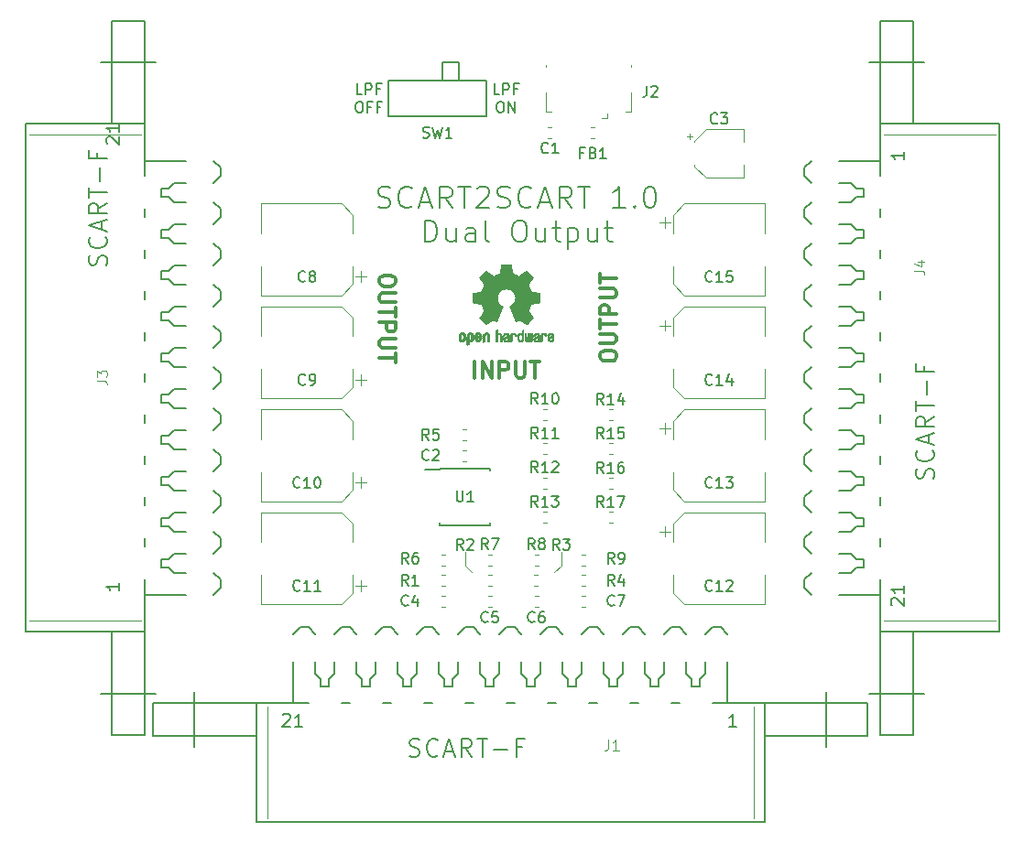
<source format=gto>
G04 #@! TF.GenerationSoftware,KiCad,Pcbnew,(5.1.0)-1*
G04 #@! TF.CreationDate,2019-04-04T01:13:04-04:00*
G04 #@! TF.ProjectId,SCART Splitter,53434152-5420-4537-906c-69747465722e,rev?*
G04 #@! TF.SameCoordinates,Original*
G04 #@! TF.FileFunction,Legend,Top*
G04 #@! TF.FilePolarity,Positive*
%FSLAX46Y46*%
G04 Gerber Fmt 4.6, Leading zero omitted, Abs format (unit mm)*
G04 Created by KiCad (PCBNEW (5.1.0)-1) date 2019-04-04 01:13:04*
%MOMM*%
%LPD*%
G04 APERTURE LIST*
%ADD10C,0.375000*%
%ADD11C,0.150000*%
%ADD12C,0.120000*%
%ADD13C,0.152400*%
%ADD14C,0.050800*%
%ADD15C,0.010000*%
%ADD16C,0.127000*%
%ADD17C,0.096520*%
%ADD18C,0.177800*%
G04 APERTURE END LIST*
D10*
X104072428Y-86562857D02*
X104072428Y-86848571D01*
X104001000Y-86991428D01*
X103858142Y-87134285D01*
X103572428Y-87205714D01*
X103072428Y-87205714D01*
X102786714Y-87134285D01*
X102643857Y-86991428D01*
X102572428Y-86848571D01*
X102572428Y-86562857D01*
X102643857Y-86420000D01*
X102786714Y-86277142D01*
X103072428Y-86205714D01*
X103572428Y-86205714D01*
X103858142Y-86277142D01*
X104001000Y-86420000D01*
X104072428Y-86562857D01*
X104072428Y-87848571D02*
X102858142Y-87848571D01*
X102715285Y-87920000D01*
X102643857Y-87991428D01*
X102572428Y-88134285D01*
X102572428Y-88420000D01*
X102643857Y-88562857D01*
X102715285Y-88634285D01*
X102858142Y-88705714D01*
X104072428Y-88705714D01*
X104072428Y-89205714D02*
X104072428Y-90062857D01*
X102572428Y-89634285D02*
X104072428Y-89634285D01*
X102572428Y-90562857D02*
X104072428Y-90562857D01*
X104072428Y-91134285D01*
X104001000Y-91277142D01*
X103929571Y-91348571D01*
X103786714Y-91420000D01*
X103572428Y-91420000D01*
X103429571Y-91348571D01*
X103358142Y-91277142D01*
X103286714Y-91134285D01*
X103286714Y-90562857D01*
X104072428Y-92062857D02*
X102858142Y-92062857D01*
X102715285Y-92134285D01*
X102643857Y-92205714D01*
X102572428Y-92348571D01*
X102572428Y-92634285D01*
X102643857Y-92777142D01*
X102715285Y-92848571D01*
X102858142Y-92920000D01*
X104072428Y-92920000D01*
X104072428Y-93420000D02*
X104072428Y-94277142D01*
X102572428Y-93848571D02*
X104072428Y-93848571D01*
X123003571Y-93777142D02*
X123003571Y-93491428D01*
X123075000Y-93348571D01*
X123217857Y-93205714D01*
X123503571Y-93134285D01*
X124003571Y-93134285D01*
X124289285Y-93205714D01*
X124432142Y-93348571D01*
X124503571Y-93491428D01*
X124503571Y-93777142D01*
X124432142Y-93920000D01*
X124289285Y-94062857D01*
X124003571Y-94134285D01*
X123503571Y-94134285D01*
X123217857Y-94062857D01*
X123075000Y-93920000D01*
X123003571Y-93777142D01*
X123003571Y-92491428D02*
X124217857Y-92491428D01*
X124360714Y-92420000D01*
X124432142Y-92348571D01*
X124503571Y-92205714D01*
X124503571Y-91920000D01*
X124432142Y-91777142D01*
X124360714Y-91705714D01*
X124217857Y-91634285D01*
X123003571Y-91634285D01*
X123003571Y-91134285D02*
X123003571Y-90277142D01*
X124503571Y-90705714D02*
X123003571Y-90705714D01*
X124503571Y-89777142D02*
X123003571Y-89777142D01*
X123003571Y-89205714D01*
X123075000Y-89062857D01*
X123146428Y-88991428D01*
X123289285Y-88920000D01*
X123503571Y-88920000D01*
X123646428Y-88991428D01*
X123717857Y-89062857D01*
X123789285Y-89205714D01*
X123789285Y-89777142D01*
X123003571Y-88277142D02*
X124217857Y-88277142D01*
X124360714Y-88205714D01*
X124432142Y-88134285D01*
X124503571Y-87991428D01*
X124503571Y-87705714D01*
X124432142Y-87562857D01*
X124360714Y-87491428D01*
X124217857Y-87420000D01*
X123003571Y-87420000D01*
X123003571Y-86920000D02*
X123003571Y-86062857D01*
X124503571Y-86491428D02*
X123003571Y-86491428D01*
X111407142Y-95674571D02*
X111407142Y-94174571D01*
X112121428Y-95674571D02*
X112121428Y-94174571D01*
X112978571Y-95674571D01*
X112978571Y-94174571D01*
X113692857Y-95674571D02*
X113692857Y-94174571D01*
X114264285Y-94174571D01*
X114407142Y-94246000D01*
X114478571Y-94317428D01*
X114550000Y-94460285D01*
X114550000Y-94674571D01*
X114478571Y-94817428D01*
X114407142Y-94888857D01*
X114264285Y-94960285D01*
X113692857Y-94960285D01*
X115192857Y-94174571D02*
X115192857Y-95388857D01*
X115264285Y-95531714D01*
X115335714Y-95603142D01*
X115478571Y-95674571D01*
X115764285Y-95674571D01*
X115907142Y-95603142D01*
X115978571Y-95531714D01*
X116050000Y-95388857D01*
X116050000Y-94174571D01*
X116550000Y-94174571D02*
X117407142Y-94174571D01*
X116978571Y-95674571D02*
X116978571Y-94174571D01*
D11*
X102458857Y-79879523D02*
X102744571Y-79974761D01*
X103220761Y-79974761D01*
X103411238Y-79879523D01*
X103506476Y-79784285D01*
X103601714Y-79593809D01*
X103601714Y-79403333D01*
X103506476Y-79212857D01*
X103411238Y-79117619D01*
X103220761Y-79022380D01*
X102839809Y-78927142D01*
X102649333Y-78831904D01*
X102554095Y-78736666D01*
X102458857Y-78546190D01*
X102458857Y-78355714D01*
X102554095Y-78165238D01*
X102649333Y-78070000D01*
X102839809Y-77974761D01*
X103316000Y-77974761D01*
X103601714Y-78070000D01*
X105601714Y-79784285D02*
X105506476Y-79879523D01*
X105220761Y-79974761D01*
X105030285Y-79974761D01*
X104744571Y-79879523D01*
X104554095Y-79689047D01*
X104458857Y-79498571D01*
X104363619Y-79117619D01*
X104363619Y-78831904D01*
X104458857Y-78450952D01*
X104554095Y-78260476D01*
X104744571Y-78070000D01*
X105030285Y-77974761D01*
X105220761Y-77974761D01*
X105506476Y-78070000D01*
X105601714Y-78165238D01*
X106363619Y-79403333D02*
X107316000Y-79403333D01*
X106173142Y-79974761D02*
X106839809Y-77974761D01*
X107506476Y-79974761D01*
X109316000Y-79974761D02*
X108649333Y-79022380D01*
X108173142Y-79974761D02*
X108173142Y-77974761D01*
X108935047Y-77974761D01*
X109125523Y-78070000D01*
X109220761Y-78165238D01*
X109316000Y-78355714D01*
X109316000Y-78641428D01*
X109220761Y-78831904D01*
X109125523Y-78927142D01*
X108935047Y-79022380D01*
X108173142Y-79022380D01*
X109887428Y-77974761D02*
X111030285Y-77974761D01*
X110458857Y-79974761D02*
X110458857Y-77974761D01*
X111601714Y-78165238D02*
X111696952Y-78070000D01*
X111887428Y-77974761D01*
X112363619Y-77974761D01*
X112554095Y-78070000D01*
X112649333Y-78165238D01*
X112744571Y-78355714D01*
X112744571Y-78546190D01*
X112649333Y-78831904D01*
X111506476Y-79974761D01*
X112744571Y-79974761D01*
X113506476Y-79879523D02*
X113792190Y-79974761D01*
X114268380Y-79974761D01*
X114458857Y-79879523D01*
X114554095Y-79784285D01*
X114649333Y-79593809D01*
X114649333Y-79403333D01*
X114554095Y-79212857D01*
X114458857Y-79117619D01*
X114268380Y-79022380D01*
X113887428Y-78927142D01*
X113696952Y-78831904D01*
X113601714Y-78736666D01*
X113506476Y-78546190D01*
X113506476Y-78355714D01*
X113601714Y-78165238D01*
X113696952Y-78070000D01*
X113887428Y-77974761D01*
X114363619Y-77974761D01*
X114649333Y-78070000D01*
X116649333Y-79784285D02*
X116554095Y-79879523D01*
X116268380Y-79974761D01*
X116077904Y-79974761D01*
X115792190Y-79879523D01*
X115601714Y-79689047D01*
X115506476Y-79498571D01*
X115411238Y-79117619D01*
X115411238Y-78831904D01*
X115506476Y-78450952D01*
X115601714Y-78260476D01*
X115792190Y-78070000D01*
X116077904Y-77974761D01*
X116268380Y-77974761D01*
X116554095Y-78070000D01*
X116649333Y-78165238D01*
X117411238Y-79403333D02*
X118363619Y-79403333D01*
X117220761Y-79974761D02*
X117887428Y-77974761D01*
X118554095Y-79974761D01*
X120363619Y-79974761D02*
X119696952Y-79022380D01*
X119220761Y-79974761D02*
X119220761Y-77974761D01*
X119982666Y-77974761D01*
X120173142Y-78070000D01*
X120268380Y-78165238D01*
X120363619Y-78355714D01*
X120363619Y-78641428D01*
X120268380Y-78831904D01*
X120173142Y-78927142D01*
X119982666Y-79022380D01*
X119220761Y-79022380D01*
X120935047Y-77974761D02*
X122077904Y-77974761D01*
X121506476Y-79974761D02*
X121506476Y-77974761D01*
X125316000Y-79974761D02*
X124173142Y-79974761D01*
X124744571Y-79974761D02*
X124744571Y-77974761D01*
X124554095Y-78260476D01*
X124363619Y-78450952D01*
X124173142Y-78546190D01*
X126173142Y-79784285D02*
X126268380Y-79879523D01*
X126173142Y-79974761D01*
X126077904Y-79879523D01*
X126173142Y-79784285D01*
X126173142Y-79974761D01*
X127506476Y-77974761D02*
X127696952Y-77974761D01*
X127887428Y-78070000D01*
X127982666Y-78165238D01*
X128077904Y-78355714D01*
X128173142Y-78736666D01*
X128173142Y-79212857D01*
X128077904Y-79593809D01*
X127982666Y-79784285D01*
X127887428Y-79879523D01*
X127696952Y-79974761D01*
X127506476Y-79974761D01*
X127316000Y-79879523D01*
X127220761Y-79784285D01*
X127125523Y-79593809D01*
X127030285Y-79212857D01*
X127030285Y-78736666D01*
X127125523Y-78355714D01*
X127220761Y-78165238D01*
X127316000Y-78070000D01*
X127506476Y-77974761D01*
X106792190Y-83124761D02*
X106792190Y-81124761D01*
X107268380Y-81124761D01*
X107554095Y-81220000D01*
X107744571Y-81410476D01*
X107839809Y-81600952D01*
X107935047Y-81981904D01*
X107935047Y-82267619D01*
X107839809Y-82648571D01*
X107744571Y-82839047D01*
X107554095Y-83029523D01*
X107268380Y-83124761D01*
X106792190Y-83124761D01*
X109649333Y-81791428D02*
X109649333Y-83124761D01*
X108792190Y-81791428D02*
X108792190Y-82839047D01*
X108887428Y-83029523D01*
X109077904Y-83124761D01*
X109363619Y-83124761D01*
X109554095Y-83029523D01*
X109649333Y-82934285D01*
X111458857Y-83124761D02*
X111458857Y-82077142D01*
X111363619Y-81886666D01*
X111173142Y-81791428D01*
X110792190Y-81791428D01*
X110601714Y-81886666D01*
X111458857Y-83029523D02*
X111268380Y-83124761D01*
X110792190Y-83124761D01*
X110601714Y-83029523D01*
X110506476Y-82839047D01*
X110506476Y-82648571D01*
X110601714Y-82458095D01*
X110792190Y-82362857D01*
X111268380Y-82362857D01*
X111458857Y-82267619D01*
X112696952Y-83124761D02*
X112506476Y-83029523D01*
X112411238Y-82839047D01*
X112411238Y-81124761D01*
X115363619Y-81124761D02*
X115744571Y-81124761D01*
X115935047Y-81220000D01*
X116125523Y-81410476D01*
X116220761Y-81791428D01*
X116220761Y-82458095D01*
X116125523Y-82839047D01*
X115935047Y-83029523D01*
X115744571Y-83124761D01*
X115363619Y-83124761D01*
X115173142Y-83029523D01*
X114982666Y-82839047D01*
X114887428Y-82458095D01*
X114887428Y-81791428D01*
X114982666Y-81410476D01*
X115173142Y-81220000D01*
X115363619Y-81124761D01*
X117935047Y-81791428D02*
X117935047Y-83124761D01*
X117077904Y-81791428D02*
X117077904Y-82839047D01*
X117173142Y-83029523D01*
X117363619Y-83124761D01*
X117649333Y-83124761D01*
X117839809Y-83029523D01*
X117935047Y-82934285D01*
X118601714Y-81791428D02*
X119363619Y-81791428D01*
X118887428Y-81124761D02*
X118887428Y-82839047D01*
X118982666Y-83029523D01*
X119173142Y-83124761D01*
X119363619Y-83124761D01*
X120030285Y-81791428D02*
X120030285Y-83791428D01*
X120030285Y-81886666D02*
X120220761Y-81791428D01*
X120601714Y-81791428D01*
X120792190Y-81886666D01*
X120887428Y-81981904D01*
X120982666Y-82172380D01*
X120982666Y-82743809D01*
X120887428Y-82934285D01*
X120792190Y-83029523D01*
X120601714Y-83124761D01*
X120220761Y-83124761D01*
X120030285Y-83029523D01*
X122696952Y-81791428D02*
X122696952Y-83124761D01*
X121839809Y-81791428D02*
X121839809Y-82839047D01*
X121935047Y-83029523D01*
X122125523Y-83124761D01*
X122411238Y-83124761D01*
X122601714Y-83029523D01*
X122696952Y-82934285D01*
X123363619Y-81791428D02*
X124125523Y-81791428D01*
X123649333Y-81124761D02*
X123649333Y-82839047D01*
X123744571Y-83029523D01*
X123935047Y-83124761D01*
X124125523Y-83124761D01*
X113680952Y-69477380D02*
X113204761Y-69477380D01*
X113204761Y-68477380D01*
X114014285Y-69477380D02*
X114014285Y-68477380D01*
X114395238Y-68477380D01*
X114490476Y-68525000D01*
X114538095Y-68572619D01*
X114585714Y-68667857D01*
X114585714Y-68810714D01*
X114538095Y-68905952D01*
X114490476Y-68953571D01*
X114395238Y-69001190D01*
X114014285Y-69001190D01*
X115347619Y-68953571D02*
X115014285Y-68953571D01*
X115014285Y-69477380D02*
X115014285Y-68477380D01*
X115490476Y-68477380D01*
X113680952Y-70127380D02*
X113871428Y-70127380D01*
X113966666Y-70175000D01*
X114061904Y-70270238D01*
X114109523Y-70460714D01*
X114109523Y-70794047D01*
X114061904Y-70984523D01*
X113966666Y-71079761D01*
X113871428Y-71127380D01*
X113680952Y-71127380D01*
X113585714Y-71079761D01*
X113490476Y-70984523D01*
X113442857Y-70794047D01*
X113442857Y-70460714D01*
X113490476Y-70270238D01*
X113585714Y-70175000D01*
X113680952Y-70127380D01*
X114538095Y-71127380D02*
X114538095Y-70127380D01*
X115109523Y-71127380D01*
X115109523Y-70127380D01*
X100980952Y-69477380D02*
X100504761Y-69477380D01*
X100504761Y-68477380D01*
X101314285Y-69477380D02*
X101314285Y-68477380D01*
X101695238Y-68477380D01*
X101790476Y-68525000D01*
X101838095Y-68572619D01*
X101885714Y-68667857D01*
X101885714Y-68810714D01*
X101838095Y-68905952D01*
X101790476Y-68953571D01*
X101695238Y-69001190D01*
X101314285Y-69001190D01*
X102647619Y-68953571D02*
X102314285Y-68953571D01*
X102314285Y-69477380D02*
X102314285Y-68477380D01*
X102790476Y-68477380D01*
X100647619Y-70127380D02*
X100838095Y-70127380D01*
X100933333Y-70175000D01*
X101028571Y-70270238D01*
X101076190Y-70460714D01*
X101076190Y-70794047D01*
X101028571Y-70984523D01*
X100933333Y-71079761D01*
X100838095Y-71127380D01*
X100647619Y-71127380D01*
X100552380Y-71079761D01*
X100457142Y-70984523D01*
X100409523Y-70794047D01*
X100409523Y-70460714D01*
X100457142Y-70270238D01*
X100552380Y-70175000D01*
X100647619Y-70127380D01*
X101838095Y-70603571D02*
X101504761Y-70603571D01*
X101504761Y-71127380D02*
X101504761Y-70127380D01*
X101980952Y-70127380D01*
X102695238Y-70603571D02*
X102361904Y-70603571D01*
X102361904Y-71127380D02*
X102361904Y-70127380D01*
X102838095Y-70127380D01*
X106616666Y-73429761D02*
X106759523Y-73477380D01*
X106997619Y-73477380D01*
X107092857Y-73429761D01*
X107140476Y-73382142D01*
X107188095Y-73286904D01*
X107188095Y-73191666D01*
X107140476Y-73096428D01*
X107092857Y-73048809D01*
X106997619Y-73001190D01*
X106807142Y-72953571D01*
X106711904Y-72905952D01*
X106664285Y-72858333D01*
X106616666Y-72763095D01*
X106616666Y-72667857D01*
X106664285Y-72572619D01*
X106711904Y-72525000D01*
X106807142Y-72477380D01*
X107045238Y-72477380D01*
X107188095Y-72525000D01*
X107521428Y-72477380D02*
X107759523Y-73477380D01*
X107950000Y-72763095D01*
X108140476Y-73477380D01*
X108378571Y-72477380D01*
X109283333Y-73477380D02*
X108711904Y-73477380D01*
X108997619Y-73477380D02*
X108997619Y-72477380D01*
X108902380Y-72620238D01*
X108807142Y-72715476D01*
X108711904Y-72763095D01*
D12*
X110490000Y-113030000D02*
X111125000Y-113665000D01*
X110490000Y-111760000D02*
X110490000Y-113030000D01*
X119380000Y-113030000D02*
X118745000Y-113665000D01*
X119380000Y-111760000D02*
X119380000Y-113030000D01*
D13*
X76835000Y-66484500D02*
X81915000Y-66484500D01*
X76835000Y-124904500D02*
X81915000Y-124904500D01*
D14*
X80518000Y-73215500D02*
X70231000Y-73215500D01*
D13*
X69850000Y-72199500D02*
X77851000Y-72199500D01*
X77851000Y-62674500D02*
X77851000Y-72199500D01*
X77851000Y-62674500D02*
X80899000Y-62674500D01*
X80899000Y-72199500D02*
X80899000Y-62674500D01*
X77851000Y-72199500D02*
X80899000Y-72199500D01*
X80899000Y-75628500D02*
X80899000Y-72199500D01*
X80899000Y-75628500D02*
X84709000Y-75628500D01*
X87884000Y-76263500D02*
X87249000Y-75628500D01*
X87884000Y-77025500D02*
X87884000Y-76263500D01*
X87249000Y-77660500D02*
X87884000Y-77025500D01*
X80899000Y-77025500D02*
X80899000Y-75628500D01*
X83566000Y-77660500D02*
X84709000Y-77660500D01*
X83058000Y-78168500D02*
X83566000Y-77660500D01*
X82423000Y-78168500D02*
X83058000Y-78168500D01*
X82423000Y-78930500D02*
X82423000Y-78168500D01*
X83058000Y-78930500D02*
X82423000Y-78930500D01*
X83566000Y-79438500D02*
X83058000Y-78930500D01*
X84709000Y-79438500D02*
X83566000Y-79438500D01*
X87884000Y-80073500D02*
X87249000Y-79438500D01*
X87884000Y-80835500D02*
X87884000Y-80073500D01*
X87249000Y-81470500D02*
X87884000Y-80835500D01*
X83566000Y-81470500D02*
X84709000Y-81470500D01*
X83058000Y-81978500D02*
X83566000Y-81470500D01*
X82423000Y-81978500D02*
X83058000Y-81978500D01*
X82423000Y-82740500D02*
X82423000Y-81978500D01*
X83058000Y-82740500D02*
X82423000Y-82740500D01*
X83566000Y-83248500D02*
X83058000Y-82740500D01*
X84709000Y-83248500D02*
X83566000Y-83248500D01*
X87884000Y-83883500D02*
X87249000Y-83248500D01*
X80899000Y-80835500D02*
X80899000Y-80073500D01*
X80899000Y-84645500D02*
X80899000Y-83883500D01*
X87884000Y-84645500D02*
X87884000Y-83883500D01*
X87249000Y-85280500D02*
X87884000Y-84645500D01*
X80899000Y-88455500D02*
X80899000Y-87693500D01*
X83566000Y-85280500D02*
X84709000Y-85280500D01*
X83058000Y-85788500D02*
X83566000Y-85280500D01*
X82423000Y-85788500D02*
X83058000Y-85788500D01*
X82423000Y-86550500D02*
X82423000Y-85788500D01*
X83058000Y-86550500D02*
X82423000Y-86550500D01*
X83566000Y-87058500D02*
X83058000Y-86550500D01*
X84709000Y-87058500D02*
X83566000Y-87058500D01*
X87884000Y-87693500D02*
X87249000Y-87058500D01*
X87884000Y-88455500D02*
X87884000Y-87693500D01*
X87249000Y-89090500D02*
X87884000Y-88455500D01*
X83566000Y-89090500D02*
X84709000Y-89090500D01*
X83058000Y-89598500D02*
X83566000Y-89090500D01*
X82423000Y-89598500D02*
X83058000Y-89598500D01*
X82423000Y-90360500D02*
X82423000Y-89598500D01*
X83058000Y-90360500D02*
X82423000Y-90360500D01*
X83566000Y-90868500D02*
X83058000Y-90360500D01*
X84709000Y-90868500D02*
X83566000Y-90868500D01*
X80899000Y-92265500D02*
X80899000Y-91503500D01*
X87884000Y-91503500D02*
X87249000Y-90868500D01*
X87884000Y-92265500D02*
X87884000Y-91503500D01*
X87249000Y-92900500D02*
X87884000Y-92265500D01*
X83566000Y-92900500D02*
X84709000Y-92900500D01*
X83058000Y-93408500D02*
X83566000Y-92900500D01*
X82423000Y-93408500D02*
X83058000Y-93408500D01*
X82423000Y-94170500D02*
X82423000Y-93408500D01*
X83058000Y-94170500D02*
X82423000Y-94170500D01*
X83566000Y-94678500D02*
X83058000Y-94170500D01*
X84709000Y-94678500D02*
X83566000Y-94678500D01*
X87884000Y-95313500D02*
X87249000Y-94678500D01*
X87884000Y-96075500D02*
X87884000Y-95313500D01*
X87249000Y-96710500D02*
X87884000Y-96075500D01*
X80899000Y-96075500D02*
X80899000Y-95313500D01*
X80899000Y-99885500D02*
X80899000Y-99123500D01*
X80899000Y-103695500D02*
X80899000Y-102933500D01*
X83566000Y-96710500D02*
X84709000Y-96710500D01*
X83058000Y-97218500D02*
X83566000Y-96710500D01*
X82423000Y-97218500D02*
X83058000Y-97218500D01*
X82423000Y-97980500D02*
X82423000Y-97218500D01*
X83058000Y-97980500D02*
X82423000Y-97980500D01*
X83566000Y-98488500D02*
X83058000Y-97980500D01*
X84709000Y-98488500D02*
X83566000Y-98488500D01*
X87884000Y-99123500D02*
X87249000Y-98488500D01*
X87884000Y-99885500D02*
X87884000Y-99123500D01*
X87249000Y-100520500D02*
X87884000Y-99885500D01*
X83566000Y-100520500D02*
X84709000Y-100520500D01*
X83058000Y-101028500D02*
X83566000Y-100520500D01*
X82423000Y-101028500D02*
X83058000Y-101028500D01*
X82423000Y-101790500D02*
X82423000Y-101028500D01*
X83058000Y-101790500D02*
X82423000Y-101790500D01*
X83566000Y-102298500D02*
X83058000Y-101790500D01*
X84709000Y-102298500D02*
X83566000Y-102298500D01*
X87884000Y-102933500D02*
X87249000Y-102298500D01*
X87884000Y-103695500D02*
X87884000Y-102933500D01*
X87249000Y-104330500D02*
X87884000Y-103695500D01*
X83566000Y-104330500D02*
X84709000Y-104330500D01*
X83058000Y-104838500D02*
X83566000Y-104330500D01*
X82423000Y-104838500D02*
X83058000Y-104838500D01*
X82423000Y-105600500D02*
X82423000Y-104838500D01*
X83058000Y-105600500D02*
X82423000Y-105600500D01*
X83566000Y-106108500D02*
X83058000Y-105600500D01*
X84709000Y-106108500D02*
X83566000Y-106108500D01*
X87884000Y-106743500D02*
X87249000Y-106108500D01*
X87884000Y-107505500D02*
X87884000Y-106743500D01*
X87249000Y-108140500D02*
X87884000Y-107505500D01*
X80899000Y-107505500D02*
X80899000Y-106743500D01*
X80899000Y-111315500D02*
X80899000Y-110553500D01*
X82423000Y-109410500D02*
X82423000Y-108648500D01*
X82423000Y-113220500D02*
X82423000Y-112458500D01*
X82423000Y-108648500D02*
X83058000Y-108648500D01*
X83058000Y-109410500D02*
X82423000Y-109410500D01*
X83566000Y-108140500D02*
X84709000Y-108140500D01*
X83058000Y-108648500D02*
X83566000Y-108140500D01*
X83566000Y-109918500D02*
X83058000Y-109410500D01*
X87884000Y-114363500D02*
X87884000Y-115125500D01*
X84709000Y-109918500D02*
X83566000Y-109918500D01*
X87884000Y-110553500D02*
X87249000Y-109918500D01*
X87884000Y-111315500D02*
X87884000Y-110553500D01*
X87249000Y-111950500D02*
X87884000Y-111315500D01*
X83566000Y-111950500D02*
X84709000Y-111950500D01*
X83058000Y-112458500D02*
X83566000Y-111950500D01*
X82423000Y-112458500D02*
X83058000Y-112458500D01*
X83058000Y-113220500D02*
X82423000Y-113220500D01*
X83566000Y-113728500D02*
X83058000Y-113220500D01*
X84709000Y-113728500D02*
X83566000Y-113728500D01*
X87249000Y-115760500D02*
X87884000Y-115125500D01*
X87884000Y-114363500D02*
X87249000Y-113728500D01*
X80899000Y-115760500D02*
X84709000Y-115760500D01*
D14*
X80518000Y-118173500D02*
X70231000Y-118173500D01*
D13*
X77851000Y-119189500D02*
X80899000Y-119189500D01*
X80899000Y-115760500D02*
X80899000Y-114363500D01*
X80899000Y-119189500D02*
X80899000Y-115760500D01*
X80899000Y-128714500D02*
X80899000Y-119189500D01*
X77851000Y-128714500D02*
X80899000Y-128714500D01*
X77851000Y-119189500D02*
X77851000Y-128714500D01*
X69850000Y-119189500D02*
X77851000Y-119189500D01*
X69850000Y-72199500D02*
X69850000Y-119189500D01*
D15*
G36*
X114439878Y-85187776D02*
G01*
X114545612Y-85188355D01*
X114622132Y-85189922D01*
X114674372Y-85192972D01*
X114707263Y-85197996D01*
X114725737Y-85205489D01*
X114734727Y-85215944D01*
X114739163Y-85229853D01*
X114739594Y-85231654D01*
X114746333Y-85264145D01*
X114758808Y-85328252D01*
X114775719Y-85417151D01*
X114795771Y-85524019D01*
X114817664Y-85642033D01*
X114818429Y-85646178D01*
X114840359Y-85761831D01*
X114860877Y-85864014D01*
X114878659Y-85946598D01*
X114892381Y-86003456D01*
X114900718Y-86028458D01*
X114901116Y-86028901D01*
X114925677Y-86041110D01*
X114976315Y-86061456D01*
X115042095Y-86085545D01*
X115042461Y-86085674D01*
X115125317Y-86116818D01*
X115223000Y-86156491D01*
X115315077Y-86196381D01*
X115319434Y-86198353D01*
X115469407Y-86266420D01*
X115801498Y-86039639D01*
X115903374Y-85970504D01*
X115995657Y-85908697D01*
X116073003Y-85857733D01*
X116130064Y-85821127D01*
X116161495Y-85802394D01*
X116164479Y-85801004D01*
X116187321Y-85807190D01*
X116229982Y-85837035D01*
X116294128Y-85891947D01*
X116381421Y-85973334D01*
X116470535Y-86059922D01*
X116556441Y-86145247D01*
X116633327Y-86223108D01*
X116696564Y-86288697D01*
X116741523Y-86337205D01*
X116763576Y-86363825D01*
X116764396Y-86365195D01*
X116766834Y-86383463D01*
X116757650Y-86413295D01*
X116734574Y-86458721D01*
X116695337Y-86523770D01*
X116637670Y-86612470D01*
X116560795Y-86726657D01*
X116492570Y-86827162D01*
X116431582Y-86917303D01*
X116381356Y-86991849D01*
X116345416Y-87045565D01*
X116327287Y-87073218D01*
X116326146Y-87075095D01*
X116328359Y-87101590D01*
X116345138Y-87153086D01*
X116373142Y-87219851D01*
X116383122Y-87241172D01*
X116426672Y-87336159D01*
X116473134Y-87443937D01*
X116510877Y-87537192D01*
X116538073Y-87606406D01*
X116559675Y-87659006D01*
X116572158Y-87686497D01*
X116573709Y-87688616D01*
X116596668Y-87692124D01*
X116650786Y-87701738D01*
X116728868Y-87716089D01*
X116823719Y-87733807D01*
X116928143Y-87753525D01*
X117034944Y-87773874D01*
X117136926Y-87793486D01*
X117226894Y-87810991D01*
X117297653Y-87825022D01*
X117342006Y-87834209D01*
X117352885Y-87836807D01*
X117364122Y-87843218D01*
X117372605Y-87857697D01*
X117378714Y-87885133D01*
X117382832Y-87930411D01*
X117385341Y-87998420D01*
X117386621Y-88094047D01*
X117387054Y-88222180D01*
X117387077Y-88274701D01*
X117387077Y-88701845D01*
X117284500Y-88722091D01*
X117227431Y-88733070D01*
X117142269Y-88749095D01*
X117039372Y-88768233D01*
X116929096Y-88788551D01*
X116898615Y-88794132D01*
X116796855Y-88813917D01*
X116708205Y-88833373D01*
X116640108Y-88850697D01*
X116600004Y-88864088D01*
X116593323Y-88868079D01*
X116576919Y-88896342D01*
X116553399Y-88951109D01*
X116527316Y-89021588D01*
X116522142Y-89036769D01*
X116487956Y-89130896D01*
X116445523Y-89237101D01*
X116403997Y-89332473D01*
X116403792Y-89332916D01*
X116334640Y-89482525D01*
X116789512Y-90151617D01*
X116497500Y-90444116D01*
X116409180Y-90531170D01*
X116328625Y-90607909D01*
X116260360Y-90670237D01*
X116208908Y-90714056D01*
X116178794Y-90735270D01*
X116174474Y-90736616D01*
X116149111Y-90726016D01*
X116097358Y-90696547D01*
X116024868Y-90651705D01*
X115937294Y-90594984D01*
X115842612Y-90531462D01*
X115746516Y-90466668D01*
X115660837Y-90410287D01*
X115591016Y-90365788D01*
X115542494Y-90336639D01*
X115520782Y-90326308D01*
X115494293Y-90335050D01*
X115444062Y-90358087D01*
X115380451Y-90390631D01*
X115373708Y-90394249D01*
X115288046Y-90437210D01*
X115229306Y-90458279D01*
X115192772Y-90458503D01*
X115173731Y-90438928D01*
X115173620Y-90438654D01*
X115164102Y-90415472D01*
X115141403Y-90360441D01*
X115107282Y-90277822D01*
X115063500Y-90171872D01*
X115011816Y-90046852D01*
X114953992Y-89907020D01*
X114897991Y-89771637D01*
X114836447Y-89622234D01*
X114779939Y-89483832D01*
X114730161Y-89360673D01*
X114688806Y-89257002D01*
X114657568Y-89177059D01*
X114638141Y-89125088D01*
X114632154Y-89105692D01*
X114647168Y-89083443D01*
X114686439Y-89047982D01*
X114738807Y-89008887D01*
X114887941Y-88885245D01*
X115004511Y-88743522D01*
X115087118Y-88586704D01*
X115134366Y-88417775D01*
X115144857Y-88239722D01*
X115137231Y-88157539D01*
X115095682Y-87987031D01*
X115024123Y-87836459D01*
X114926995Y-87707309D01*
X114808734Y-87601064D01*
X114673780Y-87519210D01*
X114526571Y-87463232D01*
X114371544Y-87434615D01*
X114213139Y-87434844D01*
X114055794Y-87465405D01*
X113903946Y-87527782D01*
X113762035Y-87623460D01*
X113702803Y-87677572D01*
X113589203Y-87816520D01*
X113510106Y-87968361D01*
X113464986Y-88128667D01*
X113453316Y-88293012D01*
X113474569Y-88456971D01*
X113528220Y-88616118D01*
X113613740Y-88766025D01*
X113730605Y-88902267D01*
X113861193Y-89008887D01*
X113915588Y-89049642D01*
X113954014Y-89084718D01*
X113967846Y-89105726D01*
X113960603Y-89128635D01*
X113940005Y-89183365D01*
X113907746Y-89265672D01*
X113865521Y-89371315D01*
X113815023Y-89496050D01*
X113757948Y-89635636D01*
X113701854Y-89771670D01*
X113639967Y-89921201D01*
X113582644Y-90059767D01*
X113531644Y-90183107D01*
X113488727Y-90286964D01*
X113455653Y-90367080D01*
X113434181Y-90419195D01*
X113426225Y-90438654D01*
X113407429Y-90458423D01*
X113371074Y-90458365D01*
X113312479Y-90437441D01*
X113226968Y-90394613D01*
X113226292Y-90394249D01*
X113161907Y-90361012D01*
X113109861Y-90336802D01*
X113080512Y-90326404D01*
X113079217Y-90326308D01*
X113057124Y-90336855D01*
X113008348Y-90366184D01*
X112938331Y-90410827D01*
X112852514Y-90467314D01*
X112757388Y-90531462D01*
X112660540Y-90596411D01*
X112573253Y-90652896D01*
X112501181Y-90697421D01*
X112449977Y-90726490D01*
X112425526Y-90736616D01*
X112403010Y-90723307D01*
X112357742Y-90686112D01*
X112294244Y-90629128D01*
X112217039Y-90556449D01*
X112130651Y-90472171D01*
X112102399Y-90444016D01*
X111810287Y-90151416D01*
X112032631Y-89825104D01*
X112100202Y-89724897D01*
X112159507Y-89634963D01*
X112207217Y-89560510D01*
X112240007Y-89506751D01*
X112254548Y-89478894D01*
X112254974Y-89476912D01*
X112247308Y-89450655D01*
X112226689Y-89397837D01*
X112196685Y-89327310D01*
X112175625Y-89280093D01*
X112136248Y-89189694D01*
X112099165Y-89098366D01*
X112070415Y-89021200D01*
X112062605Y-88997692D01*
X112040417Y-88934916D01*
X112018727Y-88886411D01*
X112006813Y-88868079D01*
X111980523Y-88856859D01*
X111923142Y-88840954D01*
X111842118Y-88822167D01*
X111744895Y-88802299D01*
X111701385Y-88794132D01*
X111590896Y-88773829D01*
X111484916Y-88754170D01*
X111393801Y-88737088D01*
X111327908Y-88724518D01*
X111315500Y-88722091D01*
X111212923Y-88701845D01*
X111212923Y-88274701D01*
X111213153Y-88134246D01*
X111214099Y-88027979D01*
X111216141Y-87951013D01*
X111219662Y-87898460D01*
X111225043Y-87865433D01*
X111232666Y-87847045D01*
X111242912Y-87838408D01*
X111247115Y-87836807D01*
X111272470Y-87831127D01*
X111328484Y-87819795D01*
X111407964Y-87804179D01*
X111503712Y-87785647D01*
X111608533Y-87765569D01*
X111715232Y-87745312D01*
X111816613Y-87726246D01*
X111905479Y-87709739D01*
X111974637Y-87697159D01*
X112016889Y-87689875D01*
X112026290Y-87688616D01*
X112034807Y-87671763D01*
X112053660Y-87626870D01*
X112079324Y-87562430D01*
X112089123Y-87537192D01*
X112128648Y-87439686D01*
X112175192Y-87331959D01*
X112216877Y-87241172D01*
X112247550Y-87171753D01*
X112267956Y-87114710D01*
X112274768Y-87079777D01*
X112273682Y-87075095D01*
X112259285Y-87052991D01*
X112226412Y-87003831D01*
X112178590Y-86932848D01*
X112119348Y-86845278D01*
X112052215Y-86746357D01*
X112038941Y-86726830D01*
X111961046Y-86611140D01*
X111903787Y-86523044D01*
X111864881Y-86458486D01*
X111842044Y-86413411D01*
X111832994Y-86383763D01*
X111835448Y-86365485D01*
X111835511Y-86365369D01*
X111854827Y-86341361D01*
X111897551Y-86294947D01*
X111959051Y-86230937D01*
X112034698Y-86154145D01*
X112119861Y-86069382D01*
X112129465Y-86059922D01*
X112236790Y-85955989D01*
X112319615Y-85879675D01*
X112379605Y-85829571D01*
X112418423Y-85804270D01*
X112435520Y-85801004D01*
X112460473Y-85815250D01*
X112512255Y-85848156D01*
X112585520Y-85896208D01*
X112674920Y-85955890D01*
X112775111Y-86023688D01*
X112798501Y-86039639D01*
X113130593Y-86266420D01*
X113280565Y-86198353D01*
X113371770Y-86158685D01*
X113469669Y-86118791D01*
X113553831Y-86086983D01*
X113557538Y-86085674D01*
X113623369Y-86061576D01*
X113674116Y-86041200D01*
X113698842Y-86028936D01*
X113698884Y-86028901D01*
X113706729Y-86006734D01*
X113720066Y-85952217D01*
X113737570Y-85871480D01*
X113757917Y-85770650D01*
X113779782Y-85655856D01*
X113781571Y-85646178D01*
X113803504Y-85527904D01*
X113823640Y-85420542D01*
X113840680Y-85330917D01*
X113853328Y-85265851D01*
X113860284Y-85232168D01*
X113860406Y-85231654D01*
X113864639Y-85217325D01*
X113872871Y-85206507D01*
X113890033Y-85198706D01*
X113921058Y-85193429D01*
X113970878Y-85190182D01*
X114044424Y-85188472D01*
X114146629Y-85187807D01*
X114282425Y-85187693D01*
X114300000Y-85187692D01*
X114439878Y-85187776D01*
X114439878Y-85187776D01*
G37*
X114439878Y-85187776D02*
X114545612Y-85188355D01*
X114622132Y-85189922D01*
X114674372Y-85192972D01*
X114707263Y-85197996D01*
X114725737Y-85205489D01*
X114734727Y-85215944D01*
X114739163Y-85229853D01*
X114739594Y-85231654D01*
X114746333Y-85264145D01*
X114758808Y-85328252D01*
X114775719Y-85417151D01*
X114795771Y-85524019D01*
X114817664Y-85642033D01*
X114818429Y-85646178D01*
X114840359Y-85761831D01*
X114860877Y-85864014D01*
X114878659Y-85946598D01*
X114892381Y-86003456D01*
X114900718Y-86028458D01*
X114901116Y-86028901D01*
X114925677Y-86041110D01*
X114976315Y-86061456D01*
X115042095Y-86085545D01*
X115042461Y-86085674D01*
X115125317Y-86116818D01*
X115223000Y-86156491D01*
X115315077Y-86196381D01*
X115319434Y-86198353D01*
X115469407Y-86266420D01*
X115801498Y-86039639D01*
X115903374Y-85970504D01*
X115995657Y-85908697D01*
X116073003Y-85857733D01*
X116130064Y-85821127D01*
X116161495Y-85802394D01*
X116164479Y-85801004D01*
X116187321Y-85807190D01*
X116229982Y-85837035D01*
X116294128Y-85891947D01*
X116381421Y-85973334D01*
X116470535Y-86059922D01*
X116556441Y-86145247D01*
X116633327Y-86223108D01*
X116696564Y-86288697D01*
X116741523Y-86337205D01*
X116763576Y-86363825D01*
X116764396Y-86365195D01*
X116766834Y-86383463D01*
X116757650Y-86413295D01*
X116734574Y-86458721D01*
X116695337Y-86523770D01*
X116637670Y-86612470D01*
X116560795Y-86726657D01*
X116492570Y-86827162D01*
X116431582Y-86917303D01*
X116381356Y-86991849D01*
X116345416Y-87045565D01*
X116327287Y-87073218D01*
X116326146Y-87075095D01*
X116328359Y-87101590D01*
X116345138Y-87153086D01*
X116373142Y-87219851D01*
X116383122Y-87241172D01*
X116426672Y-87336159D01*
X116473134Y-87443937D01*
X116510877Y-87537192D01*
X116538073Y-87606406D01*
X116559675Y-87659006D01*
X116572158Y-87686497D01*
X116573709Y-87688616D01*
X116596668Y-87692124D01*
X116650786Y-87701738D01*
X116728868Y-87716089D01*
X116823719Y-87733807D01*
X116928143Y-87753525D01*
X117034944Y-87773874D01*
X117136926Y-87793486D01*
X117226894Y-87810991D01*
X117297653Y-87825022D01*
X117342006Y-87834209D01*
X117352885Y-87836807D01*
X117364122Y-87843218D01*
X117372605Y-87857697D01*
X117378714Y-87885133D01*
X117382832Y-87930411D01*
X117385341Y-87998420D01*
X117386621Y-88094047D01*
X117387054Y-88222180D01*
X117387077Y-88274701D01*
X117387077Y-88701845D01*
X117284500Y-88722091D01*
X117227431Y-88733070D01*
X117142269Y-88749095D01*
X117039372Y-88768233D01*
X116929096Y-88788551D01*
X116898615Y-88794132D01*
X116796855Y-88813917D01*
X116708205Y-88833373D01*
X116640108Y-88850697D01*
X116600004Y-88864088D01*
X116593323Y-88868079D01*
X116576919Y-88896342D01*
X116553399Y-88951109D01*
X116527316Y-89021588D01*
X116522142Y-89036769D01*
X116487956Y-89130896D01*
X116445523Y-89237101D01*
X116403997Y-89332473D01*
X116403792Y-89332916D01*
X116334640Y-89482525D01*
X116789512Y-90151617D01*
X116497500Y-90444116D01*
X116409180Y-90531170D01*
X116328625Y-90607909D01*
X116260360Y-90670237D01*
X116208908Y-90714056D01*
X116178794Y-90735270D01*
X116174474Y-90736616D01*
X116149111Y-90726016D01*
X116097358Y-90696547D01*
X116024868Y-90651705D01*
X115937294Y-90594984D01*
X115842612Y-90531462D01*
X115746516Y-90466668D01*
X115660837Y-90410287D01*
X115591016Y-90365788D01*
X115542494Y-90336639D01*
X115520782Y-90326308D01*
X115494293Y-90335050D01*
X115444062Y-90358087D01*
X115380451Y-90390631D01*
X115373708Y-90394249D01*
X115288046Y-90437210D01*
X115229306Y-90458279D01*
X115192772Y-90458503D01*
X115173731Y-90438928D01*
X115173620Y-90438654D01*
X115164102Y-90415472D01*
X115141403Y-90360441D01*
X115107282Y-90277822D01*
X115063500Y-90171872D01*
X115011816Y-90046852D01*
X114953992Y-89907020D01*
X114897991Y-89771637D01*
X114836447Y-89622234D01*
X114779939Y-89483832D01*
X114730161Y-89360673D01*
X114688806Y-89257002D01*
X114657568Y-89177059D01*
X114638141Y-89125088D01*
X114632154Y-89105692D01*
X114647168Y-89083443D01*
X114686439Y-89047982D01*
X114738807Y-89008887D01*
X114887941Y-88885245D01*
X115004511Y-88743522D01*
X115087118Y-88586704D01*
X115134366Y-88417775D01*
X115144857Y-88239722D01*
X115137231Y-88157539D01*
X115095682Y-87987031D01*
X115024123Y-87836459D01*
X114926995Y-87707309D01*
X114808734Y-87601064D01*
X114673780Y-87519210D01*
X114526571Y-87463232D01*
X114371544Y-87434615D01*
X114213139Y-87434844D01*
X114055794Y-87465405D01*
X113903946Y-87527782D01*
X113762035Y-87623460D01*
X113702803Y-87677572D01*
X113589203Y-87816520D01*
X113510106Y-87968361D01*
X113464986Y-88128667D01*
X113453316Y-88293012D01*
X113474569Y-88456971D01*
X113528220Y-88616118D01*
X113613740Y-88766025D01*
X113730605Y-88902267D01*
X113861193Y-89008887D01*
X113915588Y-89049642D01*
X113954014Y-89084718D01*
X113967846Y-89105726D01*
X113960603Y-89128635D01*
X113940005Y-89183365D01*
X113907746Y-89265672D01*
X113865521Y-89371315D01*
X113815023Y-89496050D01*
X113757948Y-89635636D01*
X113701854Y-89771670D01*
X113639967Y-89921201D01*
X113582644Y-90059767D01*
X113531644Y-90183107D01*
X113488727Y-90286964D01*
X113455653Y-90367080D01*
X113434181Y-90419195D01*
X113426225Y-90438654D01*
X113407429Y-90458423D01*
X113371074Y-90458365D01*
X113312479Y-90437441D01*
X113226968Y-90394613D01*
X113226292Y-90394249D01*
X113161907Y-90361012D01*
X113109861Y-90336802D01*
X113080512Y-90326404D01*
X113079217Y-90326308D01*
X113057124Y-90336855D01*
X113008348Y-90366184D01*
X112938331Y-90410827D01*
X112852514Y-90467314D01*
X112757388Y-90531462D01*
X112660540Y-90596411D01*
X112573253Y-90652896D01*
X112501181Y-90697421D01*
X112449977Y-90726490D01*
X112425526Y-90736616D01*
X112403010Y-90723307D01*
X112357742Y-90686112D01*
X112294244Y-90629128D01*
X112217039Y-90556449D01*
X112130651Y-90472171D01*
X112102399Y-90444016D01*
X111810287Y-90151416D01*
X112032631Y-89825104D01*
X112100202Y-89724897D01*
X112159507Y-89634963D01*
X112207217Y-89560510D01*
X112240007Y-89506751D01*
X112254548Y-89478894D01*
X112254974Y-89476912D01*
X112247308Y-89450655D01*
X112226689Y-89397837D01*
X112196685Y-89327310D01*
X112175625Y-89280093D01*
X112136248Y-89189694D01*
X112099165Y-89098366D01*
X112070415Y-89021200D01*
X112062605Y-88997692D01*
X112040417Y-88934916D01*
X112018727Y-88886411D01*
X112006813Y-88868079D01*
X111980523Y-88856859D01*
X111923142Y-88840954D01*
X111842118Y-88822167D01*
X111744895Y-88802299D01*
X111701385Y-88794132D01*
X111590896Y-88773829D01*
X111484916Y-88754170D01*
X111393801Y-88737088D01*
X111327908Y-88724518D01*
X111315500Y-88722091D01*
X111212923Y-88701845D01*
X111212923Y-88274701D01*
X111213153Y-88134246D01*
X111214099Y-88027979D01*
X111216141Y-87951013D01*
X111219662Y-87898460D01*
X111225043Y-87865433D01*
X111232666Y-87847045D01*
X111242912Y-87838408D01*
X111247115Y-87836807D01*
X111272470Y-87831127D01*
X111328484Y-87819795D01*
X111407964Y-87804179D01*
X111503712Y-87785647D01*
X111608533Y-87765569D01*
X111715232Y-87745312D01*
X111816613Y-87726246D01*
X111905479Y-87709739D01*
X111974637Y-87697159D01*
X112016889Y-87689875D01*
X112026290Y-87688616D01*
X112034807Y-87671763D01*
X112053660Y-87626870D01*
X112079324Y-87562430D01*
X112089123Y-87537192D01*
X112128648Y-87439686D01*
X112175192Y-87331959D01*
X112216877Y-87241172D01*
X112247550Y-87171753D01*
X112267956Y-87114710D01*
X112274768Y-87079777D01*
X112273682Y-87075095D01*
X112259285Y-87052991D01*
X112226412Y-87003831D01*
X112178590Y-86932848D01*
X112119348Y-86845278D01*
X112052215Y-86746357D01*
X112038941Y-86726830D01*
X111961046Y-86611140D01*
X111903787Y-86523044D01*
X111864881Y-86458486D01*
X111842044Y-86413411D01*
X111832994Y-86383763D01*
X111835448Y-86365485D01*
X111835511Y-86365369D01*
X111854827Y-86341361D01*
X111897551Y-86294947D01*
X111959051Y-86230937D01*
X112034698Y-86154145D01*
X112119861Y-86069382D01*
X112129465Y-86059922D01*
X112236790Y-85955989D01*
X112319615Y-85879675D01*
X112379605Y-85829571D01*
X112418423Y-85804270D01*
X112435520Y-85801004D01*
X112460473Y-85815250D01*
X112512255Y-85848156D01*
X112585520Y-85896208D01*
X112674920Y-85955890D01*
X112775111Y-86023688D01*
X112798501Y-86039639D01*
X113130593Y-86266420D01*
X113280565Y-86198353D01*
X113371770Y-86158685D01*
X113469669Y-86118791D01*
X113553831Y-86086983D01*
X113557538Y-86085674D01*
X113623369Y-86061576D01*
X113674116Y-86041200D01*
X113698842Y-86028936D01*
X113698884Y-86028901D01*
X113706729Y-86006734D01*
X113720066Y-85952217D01*
X113737570Y-85871480D01*
X113757917Y-85770650D01*
X113779782Y-85655856D01*
X113781571Y-85646178D01*
X113803504Y-85527904D01*
X113823640Y-85420542D01*
X113840680Y-85330917D01*
X113853328Y-85265851D01*
X113860284Y-85232168D01*
X113860406Y-85231654D01*
X113864639Y-85217325D01*
X113872871Y-85206507D01*
X113890033Y-85198706D01*
X113921058Y-85193429D01*
X113970878Y-85190182D01*
X114044424Y-85188472D01*
X114146629Y-85187807D01*
X114282425Y-85187693D01*
X114300000Y-85187692D01*
X114439878Y-85187776D01*
G36*
X118545224Y-91547838D02*
G01*
X118622528Y-91598361D01*
X118659814Y-91643590D01*
X118689353Y-91725663D01*
X118691699Y-91790607D01*
X118686385Y-91877445D01*
X118486115Y-91965103D01*
X118388739Y-92009887D01*
X118325113Y-92045913D01*
X118292029Y-92077117D01*
X118286280Y-92107436D01*
X118304658Y-92140805D01*
X118324923Y-92162923D01*
X118383889Y-92198393D01*
X118448024Y-92200879D01*
X118506926Y-92173235D01*
X118550197Y-92118320D01*
X118557936Y-92098928D01*
X118595006Y-92038364D01*
X118637654Y-92012552D01*
X118696154Y-91990471D01*
X118696154Y-92074184D01*
X118690982Y-92131150D01*
X118670723Y-92179189D01*
X118628262Y-92234346D01*
X118621951Y-92241514D01*
X118574720Y-92290585D01*
X118534121Y-92316920D01*
X118483328Y-92329035D01*
X118441220Y-92333003D01*
X118365902Y-92333991D01*
X118312286Y-92321466D01*
X118278838Y-92302869D01*
X118226268Y-92261975D01*
X118189879Y-92217748D01*
X118166850Y-92162126D01*
X118154359Y-92087047D01*
X118149587Y-91984449D01*
X118149206Y-91932376D01*
X118150501Y-91869948D01*
X118268471Y-91869948D01*
X118269839Y-91903438D01*
X118273249Y-91908923D01*
X118295753Y-91901472D01*
X118344182Y-91881753D01*
X118408908Y-91853718D01*
X118422443Y-91847692D01*
X118504244Y-91806096D01*
X118549312Y-91769538D01*
X118559217Y-91735296D01*
X118535526Y-91700648D01*
X118515960Y-91685339D01*
X118445360Y-91654721D01*
X118379280Y-91659780D01*
X118323959Y-91697151D01*
X118285636Y-91763473D01*
X118273349Y-91816116D01*
X118268471Y-91869948D01*
X118150501Y-91869948D01*
X118151730Y-91810720D01*
X118161032Y-91720710D01*
X118179460Y-91655167D01*
X118209360Y-91606912D01*
X118253080Y-91568767D01*
X118272141Y-91556440D01*
X118358726Y-91524336D01*
X118453522Y-91522316D01*
X118545224Y-91547838D01*
X118545224Y-91547838D01*
G37*
X118545224Y-91547838D02*
X118622528Y-91598361D01*
X118659814Y-91643590D01*
X118689353Y-91725663D01*
X118691699Y-91790607D01*
X118686385Y-91877445D01*
X118486115Y-91965103D01*
X118388739Y-92009887D01*
X118325113Y-92045913D01*
X118292029Y-92077117D01*
X118286280Y-92107436D01*
X118304658Y-92140805D01*
X118324923Y-92162923D01*
X118383889Y-92198393D01*
X118448024Y-92200879D01*
X118506926Y-92173235D01*
X118550197Y-92118320D01*
X118557936Y-92098928D01*
X118595006Y-92038364D01*
X118637654Y-92012552D01*
X118696154Y-91990471D01*
X118696154Y-92074184D01*
X118690982Y-92131150D01*
X118670723Y-92179189D01*
X118628262Y-92234346D01*
X118621951Y-92241514D01*
X118574720Y-92290585D01*
X118534121Y-92316920D01*
X118483328Y-92329035D01*
X118441220Y-92333003D01*
X118365902Y-92333991D01*
X118312286Y-92321466D01*
X118278838Y-92302869D01*
X118226268Y-92261975D01*
X118189879Y-92217748D01*
X118166850Y-92162126D01*
X118154359Y-92087047D01*
X118149587Y-91984449D01*
X118149206Y-91932376D01*
X118150501Y-91869948D01*
X118268471Y-91869948D01*
X118269839Y-91903438D01*
X118273249Y-91908923D01*
X118295753Y-91901472D01*
X118344182Y-91881753D01*
X118408908Y-91853718D01*
X118422443Y-91847692D01*
X118504244Y-91806096D01*
X118549312Y-91769538D01*
X118559217Y-91735296D01*
X118535526Y-91700648D01*
X118515960Y-91685339D01*
X118445360Y-91654721D01*
X118379280Y-91659780D01*
X118323959Y-91697151D01*
X118285636Y-91763473D01*
X118273349Y-91816116D01*
X118268471Y-91869948D01*
X118150501Y-91869948D01*
X118151730Y-91810720D01*
X118161032Y-91720710D01*
X118179460Y-91655167D01*
X118209360Y-91606912D01*
X118253080Y-91568767D01*
X118272141Y-91556440D01*
X118358726Y-91524336D01*
X118453522Y-91522316D01*
X118545224Y-91547838D01*
G36*
X117870807Y-91536782D02*
G01*
X117894161Y-91546988D01*
X117949902Y-91591134D01*
X117997569Y-91654967D01*
X118027048Y-91723087D01*
X118031846Y-91756670D01*
X118015760Y-91803556D01*
X117980475Y-91828365D01*
X117942644Y-91843387D01*
X117925321Y-91846155D01*
X117916886Y-91826066D01*
X117900230Y-91782351D01*
X117892923Y-91762598D01*
X117851948Y-91694271D01*
X117792622Y-91660191D01*
X117716552Y-91661239D01*
X117710918Y-91662581D01*
X117670305Y-91681836D01*
X117640448Y-91719375D01*
X117620055Y-91779809D01*
X117607836Y-91867751D01*
X117602500Y-91987813D01*
X117602000Y-92051698D01*
X117601752Y-92152403D01*
X117600126Y-92221054D01*
X117595801Y-92264673D01*
X117587454Y-92290282D01*
X117573765Y-92304903D01*
X117553411Y-92315558D01*
X117552234Y-92316095D01*
X117513038Y-92332667D01*
X117493619Y-92338769D01*
X117490635Y-92320319D01*
X117488081Y-92269323D01*
X117486140Y-92192308D01*
X117484997Y-92095805D01*
X117484769Y-92025184D01*
X117485932Y-91888525D01*
X117490479Y-91784851D01*
X117499999Y-91708108D01*
X117516081Y-91652246D01*
X117540313Y-91611212D01*
X117574286Y-91578954D01*
X117607833Y-91556440D01*
X117688499Y-91526476D01*
X117782381Y-91519718D01*
X117870807Y-91536782D01*
X117870807Y-91536782D01*
G37*
X117870807Y-91536782D02*
X117894161Y-91546988D01*
X117949902Y-91591134D01*
X117997569Y-91654967D01*
X118027048Y-91723087D01*
X118031846Y-91756670D01*
X118015760Y-91803556D01*
X117980475Y-91828365D01*
X117942644Y-91843387D01*
X117925321Y-91846155D01*
X117916886Y-91826066D01*
X117900230Y-91782351D01*
X117892923Y-91762598D01*
X117851948Y-91694271D01*
X117792622Y-91660191D01*
X117716552Y-91661239D01*
X117710918Y-91662581D01*
X117670305Y-91681836D01*
X117640448Y-91719375D01*
X117620055Y-91779809D01*
X117607836Y-91867751D01*
X117602500Y-91987813D01*
X117602000Y-92051698D01*
X117601752Y-92152403D01*
X117600126Y-92221054D01*
X117595801Y-92264673D01*
X117587454Y-92290282D01*
X117573765Y-92304903D01*
X117553411Y-92315558D01*
X117552234Y-92316095D01*
X117513038Y-92332667D01*
X117493619Y-92338769D01*
X117490635Y-92320319D01*
X117488081Y-92269323D01*
X117486140Y-92192308D01*
X117484997Y-92095805D01*
X117484769Y-92025184D01*
X117485932Y-91888525D01*
X117490479Y-91784851D01*
X117499999Y-91708108D01*
X117516081Y-91652246D01*
X117540313Y-91611212D01*
X117574286Y-91578954D01*
X117607833Y-91556440D01*
X117688499Y-91526476D01*
X117782381Y-91519718D01*
X117870807Y-91536782D01*
G36*
X117187333Y-91533528D02*
G01*
X117243590Y-91559117D01*
X117287747Y-91590124D01*
X117320101Y-91624795D01*
X117342438Y-91669520D01*
X117356546Y-91730692D01*
X117364211Y-91814701D01*
X117367220Y-91927940D01*
X117367538Y-92002509D01*
X117367538Y-92293420D01*
X117317773Y-92316095D01*
X117278576Y-92332667D01*
X117259157Y-92338769D01*
X117255442Y-92320610D01*
X117252495Y-92271648D01*
X117250691Y-92200153D01*
X117250308Y-92143385D01*
X117248661Y-92061371D01*
X117244222Y-91996309D01*
X117237740Y-91956467D01*
X117232590Y-91948000D01*
X117197977Y-91956646D01*
X117143640Y-91978823D01*
X117080722Y-92008886D01*
X117020368Y-92041192D01*
X116973721Y-92070098D01*
X116951926Y-92089961D01*
X116951839Y-92090175D01*
X116953714Y-92126935D01*
X116970525Y-92162026D01*
X117000039Y-92190528D01*
X117043116Y-92200061D01*
X117079932Y-92198950D01*
X117132074Y-92198133D01*
X117159444Y-92210349D01*
X117175882Y-92242624D01*
X117177955Y-92248710D01*
X117185081Y-92294739D01*
X117166024Y-92322687D01*
X117116353Y-92336007D01*
X117062697Y-92338470D01*
X116966142Y-92320210D01*
X116916159Y-92294131D01*
X116854429Y-92232868D01*
X116821690Y-92157670D01*
X116818753Y-92078211D01*
X116846424Y-92004167D01*
X116888047Y-91957769D01*
X116929604Y-91931793D01*
X116994922Y-91898907D01*
X117071038Y-91865557D01*
X117083726Y-91860461D01*
X117167333Y-91823565D01*
X117215530Y-91791046D01*
X117231030Y-91758718D01*
X117216550Y-91722394D01*
X117191692Y-91694000D01*
X117132939Y-91659039D01*
X117068293Y-91656417D01*
X117009008Y-91683358D01*
X116966339Y-91737088D01*
X116960739Y-91750950D01*
X116928133Y-91801936D01*
X116880530Y-91839787D01*
X116820461Y-91870850D01*
X116820461Y-91782768D01*
X116823997Y-91728951D01*
X116839156Y-91686534D01*
X116872768Y-91641279D01*
X116905035Y-91606420D01*
X116955209Y-91557062D01*
X116994193Y-91530547D01*
X117036064Y-91519911D01*
X117083460Y-91518154D01*
X117187333Y-91533528D01*
X117187333Y-91533528D01*
G37*
X117187333Y-91533528D02*
X117243590Y-91559117D01*
X117287747Y-91590124D01*
X117320101Y-91624795D01*
X117342438Y-91669520D01*
X117356546Y-91730692D01*
X117364211Y-91814701D01*
X117367220Y-91927940D01*
X117367538Y-92002509D01*
X117367538Y-92293420D01*
X117317773Y-92316095D01*
X117278576Y-92332667D01*
X117259157Y-92338769D01*
X117255442Y-92320610D01*
X117252495Y-92271648D01*
X117250691Y-92200153D01*
X117250308Y-92143385D01*
X117248661Y-92061371D01*
X117244222Y-91996309D01*
X117237740Y-91956467D01*
X117232590Y-91948000D01*
X117197977Y-91956646D01*
X117143640Y-91978823D01*
X117080722Y-92008886D01*
X117020368Y-92041192D01*
X116973721Y-92070098D01*
X116951926Y-92089961D01*
X116951839Y-92090175D01*
X116953714Y-92126935D01*
X116970525Y-92162026D01*
X117000039Y-92190528D01*
X117043116Y-92200061D01*
X117079932Y-92198950D01*
X117132074Y-92198133D01*
X117159444Y-92210349D01*
X117175882Y-92242624D01*
X117177955Y-92248710D01*
X117185081Y-92294739D01*
X117166024Y-92322687D01*
X117116353Y-92336007D01*
X117062697Y-92338470D01*
X116966142Y-92320210D01*
X116916159Y-92294131D01*
X116854429Y-92232868D01*
X116821690Y-92157670D01*
X116818753Y-92078211D01*
X116846424Y-92004167D01*
X116888047Y-91957769D01*
X116929604Y-91931793D01*
X116994922Y-91898907D01*
X117071038Y-91865557D01*
X117083726Y-91860461D01*
X117167333Y-91823565D01*
X117215530Y-91791046D01*
X117231030Y-91758718D01*
X117216550Y-91722394D01*
X117191692Y-91694000D01*
X117132939Y-91659039D01*
X117068293Y-91656417D01*
X117009008Y-91683358D01*
X116966339Y-91737088D01*
X116960739Y-91750950D01*
X116928133Y-91801936D01*
X116880530Y-91839787D01*
X116820461Y-91870850D01*
X116820461Y-91782768D01*
X116823997Y-91728951D01*
X116839156Y-91686534D01*
X116872768Y-91641279D01*
X116905035Y-91606420D01*
X116955209Y-91557062D01*
X116994193Y-91530547D01*
X117036064Y-91519911D01*
X117083460Y-91518154D01*
X117187333Y-91533528D01*
G36*
X116695929Y-91536662D02*
G01*
X116698911Y-91588068D01*
X116701247Y-91666192D01*
X116702749Y-91764857D01*
X116703231Y-91868343D01*
X116703231Y-92218533D01*
X116641401Y-92280363D01*
X116598793Y-92318462D01*
X116561390Y-92333895D01*
X116510270Y-92332918D01*
X116489978Y-92330433D01*
X116426554Y-92323200D01*
X116374095Y-92319055D01*
X116361308Y-92318672D01*
X116318199Y-92321176D01*
X116256544Y-92327462D01*
X116232638Y-92330433D01*
X116173922Y-92335028D01*
X116134464Y-92325046D01*
X116095338Y-92294228D01*
X116081215Y-92280363D01*
X116019385Y-92218533D01*
X116019385Y-91563503D01*
X116069150Y-91540829D01*
X116112002Y-91524034D01*
X116137073Y-91518154D01*
X116143501Y-91536736D01*
X116149509Y-91588655D01*
X116154697Y-91668172D01*
X116158664Y-91769546D01*
X116160577Y-91855192D01*
X116165923Y-92192231D01*
X116212560Y-92198825D01*
X116254976Y-92194214D01*
X116275760Y-92179287D01*
X116281570Y-92151377D01*
X116286530Y-92091925D01*
X116290246Y-92008466D01*
X116292324Y-91908532D01*
X116292624Y-91857104D01*
X116292923Y-91561054D01*
X116354454Y-91539604D01*
X116398004Y-91525020D01*
X116421694Y-91518219D01*
X116422377Y-91518154D01*
X116424754Y-91536642D01*
X116427366Y-91587906D01*
X116429995Y-91665649D01*
X116432421Y-91763574D01*
X116434115Y-91855192D01*
X116439461Y-92192231D01*
X116556692Y-92192231D01*
X116562072Y-91884746D01*
X116567451Y-91577261D01*
X116624601Y-91547707D01*
X116666797Y-91527413D01*
X116691770Y-91518204D01*
X116692491Y-91518154D01*
X116695929Y-91536662D01*
X116695929Y-91536662D01*
G37*
X116695929Y-91536662D02*
X116698911Y-91588068D01*
X116701247Y-91666192D01*
X116702749Y-91764857D01*
X116703231Y-91868343D01*
X116703231Y-92218533D01*
X116641401Y-92280363D01*
X116598793Y-92318462D01*
X116561390Y-92333895D01*
X116510270Y-92332918D01*
X116489978Y-92330433D01*
X116426554Y-92323200D01*
X116374095Y-92319055D01*
X116361308Y-92318672D01*
X116318199Y-92321176D01*
X116256544Y-92327462D01*
X116232638Y-92330433D01*
X116173922Y-92335028D01*
X116134464Y-92325046D01*
X116095338Y-92294228D01*
X116081215Y-92280363D01*
X116019385Y-92218533D01*
X116019385Y-91563503D01*
X116069150Y-91540829D01*
X116112002Y-91524034D01*
X116137073Y-91518154D01*
X116143501Y-91536736D01*
X116149509Y-91588655D01*
X116154697Y-91668172D01*
X116158664Y-91769546D01*
X116160577Y-91855192D01*
X116165923Y-92192231D01*
X116212560Y-92198825D01*
X116254976Y-92194214D01*
X116275760Y-92179287D01*
X116281570Y-92151377D01*
X116286530Y-92091925D01*
X116290246Y-92008466D01*
X116292324Y-91908532D01*
X116292624Y-91857104D01*
X116292923Y-91561054D01*
X116354454Y-91539604D01*
X116398004Y-91525020D01*
X116421694Y-91518219D01*
X116422377Y-91518154D01*
X116424754Y-91536642D01*
X116427366Y-91587906D01*
X116429995Y-91665649D01*
X116432421Y-91763574D01*
X116434115Y-91855192D01*
X116439461Y-92192231D01*
X116556692Y-92192231D01*
X116562072Y-91884746D01*
X116567451Y-91577261D01*
X116624601Y-91547707D01*
X116666797Y-91527413D01*
X116691770Y-91518204D01*
X116692491Y-91518154D01*
X116695929Y-91536662D01*
G36*
X115902081Y-91680289D02*
G01*
X115901833Y-91826320D01*
X115900872Y-91938655D01*
X115898794Y-92022678D01*
X115895193Y-92083769D01*
X115889665Y-92127309D01*
X115881804Y-92158679D01*
X115871207Y-92183262D01*
X115863182Y-92197294D01*
X115796728Y-92273388D01*
X115712470Y-92321084D01*
X115619249Y-92338199D01*
X115525900Y-92322546D01*
X115470312Y-92294418D01*
X115411957Y-92245760D01*
X115372186Y-92186333D01*
X115348190Y-92108507D01*
X115337161Y-92004652D01*
X115335599Y-91928462D01*
X115335809Y-91922986D01*
X115472308Y-91922986D01*
X115473141Y-92010355D01*
X115476961Y-92068192D01*
X115485746Y-92106029D01*
X115501474Y-92133398D01*
X115520266Y-92154042D01*
X115583375Y-92193890D01*
X115651137Y-92197295D01*
X115715179Y-92164025D01*
X115720164Y-92159517D01*
X115741439Y-92136067D01*
X115754779Y-92108166D01*
X115762001Y-92066641D01*
X115764923Y-92002316D01*
X115765385Y-91931200D01*
X115764383Y-91841858D01*
X115760238Y-91782258D01*
X115751236Y-91743089D01*
X115735667Y-91715040D01*
X115722902Y-91700144D01*
X115663600Y-91662575D01*
X115595301Y-91658057D01*
X115530110Y-91686753D01*
X115517528Y-91697406D01*
X115496111Y-91721063D01*
X115482744Y-91749251D01*
X115475566Y-91791245D01*
X115472719Y-91856319D01*
X115472308Y-91922986D01*
X115335809Y-91922986D01*
X115340322Y-91805765D01*
X115356362Y-91713577D01*
X115386528Y-91644269D01*
X115433629Y-91590211D01*
X115470312Y-91562505D01*
X115536990Y-91532572D01*
X115614272Y-91518678D01*
X115686110Y-91522397D01*
X115726308Y-91537400D01*
X115742082Y-91541670D01*
X115752550Y-91525750D01*
X115759856Y-91483089D01*
X115765385Y-91418106D01*
X115771437Y-91345732D01*
X115779844Y-91302187D01*
X115795141Y-91277287D01*
X115821864Y-91260845D01*
X115838654Y-91253564D01*
X115902154Y-91226963D01*
X115902081Y-91680289D01*
X115902081Y-91680289D01*
G37*
X115902081Y-91680289D02*
X115901833Y-91826320D01*
X115900872Y-91938655D01*
X115898794Y-92022678D01*
X115895193Y-92083769D01*
X115889665Y-92127309D01*
X115881804Y-92158679D01*
X115871207Y-92183262D01*
X115863182Y-92197294D01*
X115796728Y-92273388D01*
X115712470Y-92321084D01*
X115619249Y-92338199D01*
X115525900Y-92322546D01*
X115470312Y-92294418D01*
X115411957Y-92245760D01*
X115372186Y-92186333D01*
X115348190Y-92108507D01*
X115337161Y-92004652D01*
X115335599Y-91928462D01*
X115335809Y-91922986D01*
X115472308Y-91922986D01*
X115473141Y-92010355D01*
X115476961Y-92068192D01*
X115485746Y-92106029D01*
X115501474Y-92133398D01*
X115520266Y-92154042D01*
X115583375Y-92193890D01*
X115651137Y-92197295D01*
X115715179Y-92164025D01*
X115720164Y-92159517D01*
X115741439Y-92136067D01*
X115754779Y-92108166D01*
X115762001Y-92066641D01*
X115764923Y-92002316D01*
X115765385Y-91931200D01*
X115764383Y-91841858D01*
X115760238Y-91782258D01*
X115751236Y-91743089D01*
X115735667Y-91715040D01*
X115722902Y-91700144D01*
X115663600Y-91662575D01*
X115595301Y-91658057D01*
X115530110Y-91686753D01*
X115517528Y-91697406D01*
X115496111Y-91721063D01*
X115482744Y-91749251D01*
X115475566Y-91791245D01*
X115472719Y-91856319D01*
X115472308Y-91922986D01*
X115335809Y-91922986D01*
X115340322Y-91805765D01*
X115356362Y-91713577D01*
X115386528Y-91644269D01*
X115433629Y-91590211D01*
X115470312Y-91562505D01*
X115536990Y-91532572D01*
X115614272Y-91518678D01*
X115686110Y-91522397D01*
X115726308Y-91537400D01*
X115742082Y-91541670D01*
X115752550Y-91525750D01*
X115759856Y-91483089D01*
X115765385Y-91418106D01*
X115771437Y-91345732D01*
X115779844Y-91302187D01*
X115795141Y-91277287D01*
X115821864Y-91260845D01*
X115838654Y-91253564D01*
X115902154Y-91226963D01*
X115902081Y-91680289D01*
G36*
X115013362Y-91524670D02*
G01*
X115102117Y-91557421D01*
X115174022Y-91615350D01*
X115202144Y-91656128D01*
X115232802Y-91730954D01*
X115232165Y-91785058D01*
X115199987Y-91821446D01*
X115188081Y-91827633D01*
X115136675Y-91846925D01*
X115110422Y-91841982D01*
X115101530Y-91809587D01*
X115101077Y-91791692D01*
X115084797Y-91725859D01*
X115042365Y-91679807D01*
X114983388Y-91657564D01*
X114917475Y-91663161D01*
X114863895Y-91692229D01*
X114845798Y-91708810D01*
X114832971Y-91728925D01*
X114824306Y-91759332D01*
X114818696Y-91806788D01*
X114815035Y-91878050D01*
X114812215Y-91979875D01*
X114811484Y-92012115D01*
X114808820Y-92122410D01*
X114805792Y-92200036D01*
X114801250Y-92251396D01*
X114794046Y-92282890D01*
X114783033Y-92300920D01*
X114767060Y-92311888D01*
X114756834Y-92316733D01*
X114713406Y-92333301D01*
X114687842Y-92338769D01*
X114679395Y-92320507D01*
X114674239Y-92265296D01*
X114672346Y-92172499D01*
X114673689Y-92041478D01*
X114674107Y-92021269D01*
X114677058Y-91901733D01*
X114680548Y-91814449D01*
X114685514Y-91752591D01*
X114692893Y-91709336D01*
X114703624Y-91677860D01*
X114718645Y-91651339D01*
X114726502Y-91639975D01*
X114771553Y-91589692D01*
X114821940Y-91550581D01*
X114828108Y-91547167D01*
X114918458Y-91520212D01*
X115013362Y-91524670D01*
X115013362Y-91524670D01*
G37*
X115013362Y-91524670D02*
X115102117Y-91557421D01*
X115174022Y-91615350D01*
X115202144Y-91656128D01*
X115232802Y-91730954D01*
X115232165Y-91785058D01*
X115199987Y-91821446D01*
X115188081Y-91827633D01*
X115136675Y-91846925D01*
X115110422Y-91841982D01*
X115101530Y-91809587D01*
X115101077Y-91791692D01*
X115084797Y-91725859D01*
X115042365Y-91679807D01*
X114983388Y-91657564D01*
X114917475Y-91663161D01*
X114863895Y-91692229D01*
X114845798Y-91708810D01*
X114832971Y-91728925D01*
X114824306Y-91759332D01*
X114818696Y-91806788D01*
X114815035Y-91878050D01*
X114812215Y-91979875D01*
X114811484Y-92012115D01*
X114808820Y-92122410D01*
X114805792Y-92200036D01*
X114801250Y-92251396D01*
X114794046Y-92282890D01*
X114783033Y-92300920D01*
X114767060Y-92311888D01*
X114756834Y-92316733D01*
X114713406Y-92333301D01*
X114687842Y-92338769D01*
X114679395Y-92320507D01*
X114674239Y-92265296D01*
X114672346Y-92172499D01*
X114673689Y-92041478D01*
X114674107Y-92021269D01*
X114677058Y-91901733D01*
X114680548Y-91814449D01*
X114685514Y-91752591D01*
X114692893Y-91709336D01*
X114703624Y-91677860D01*
X114718645Y-91651339D01*
X114726502Y-91639975D01*
X114771553Y-91589692D01*
X114821940Y-91550581D01*
X114828108Y-91547167D01*
X114918458Y-91520212D01*
X115013362Y-91524670D01*
G36*
X114353501Y-91526303D02*
G01*
X114430060Y-91554733D01*
X114430936Y-91555279D01*
X114478285Y-91590127D01*
X114513241Y-91630852D01*
X114537825Y-91683925D01*
X114554062Y-91755814D01*
X114563975Y-91852992D01*
X114569586Y-91981928D01*
X114570077Y-92000298D01*
X114577141Y-92277287D01*
X114517695Y-92308028D01*
X114474681Y-92328802D01*
X114448710Y-92338646D01*
X114447509Y-92338769D01*
X114443014Y-92320606D01*
X114439444Y-92271612D01*
X114437248Y-92200031D01*
X114436769Y-92142068D01*
X114436758Y-92048170D01*
X114432466Y-91989203D01*
X114417503Y-91961079D01*
X114385482Y-91959706D01*
X114330014Y-91980998D01*
X114246269Y-92020136D01*
X114184689Y-92052643D01*
X114153017Y-92080845D01*
X114143706Y-92111582D01*
X114143692Y-92113104D01*
X114159057Y-92166054D01*
X114204547Y-92194660D01*
X114274166Y-92198803D01*
X114324313Y-92198084D01*
X114350754Y-92212527D01*
X114367243Y-92247218D01*
X114376733Y-92291416D01*
X114363057Y-92316493D01*
X114357907Y-92320082D01*
X114309425Y-92334496D01*
X114241531Y-92336537D01*
X114171612Y-92326983D01*
X114122068Y-92309522D01*
X114053570Y-92251364D01*
X114014634Y-92170408D01*
X114006923Y-92107160D01*
X114012807Y-92050111D01*
X114034101Y-92003542D01*
X114076265Y-91962181D01*
X114144759Y-91920755D01*
X114245044Y-91873993D01*
X114251154Y-91871350D01*
X114341490Y-91829617D01*
X114397235Y-91795391D01*
X114421129Y-91764635D01*
X114415913Y-91733311D01*
X114384328Y-91697383D01*
X114374883Y-91689116D01*
X114311617Y-91657058D01*
X114246064Y-91658407D01*
X114188972Y-91689838D01*
X114151093Y-91748024D01*
X114147574Y-91759446D01*
X114113300Y-91814837D01*
X114069809Y-91841518D01*
X114006923Y-91867960D01*
X114006923Y-91799548D01*
X114026052Y-91700110D01*
X114082831Y-91608902D01*
X114112378Y-91578389D01*
X114179542Y-91539228D01*
X114264956Y-91521500D01*
X114353501Y-91526303D01*
X114353501Y-91526303D01*
G37*
X114353501Y-91526303D02*
X114430060Y-91554733D01*
X114430936Y-91555279D01*
X114478285Y-91590127D01*
X114513241Y-91630852D01*
X114537825Y-91683925D01*
X114554062Y-91755814D01*
X114563975Y-91852992D01*
X114569586Y-91981928D01*
X114570077Y-92000298D01*
X114577141Y-92277287D01*
X114517695Y-92308028D01*
X114474681Y-92328802D01*
X114448710Y-92338646D01*
X114447509Y-92338769D01*
X114443014Y-92320606D01*
X114439444Y-92271612D01*
X114437248Y-92200031D01*
X114436769Y-92142068D01*
X114436758Y-92048170D01*
X114432466Y-91989203D01*
X114417503Y-91961079D01*
X114385482Y-91959706D01*
X114330014Y-91980998D01*
X114246269Y-92020136D01*
X114184689Y-92052643D01*
X114153017Y-92080845D01*
X114143706Y-92111582D01*
X114143692Y-92113104D01*
X114159057Y-92166054D01*
X114204547Y-92194660D01*
X114274166Y-92198803D01*
X114324313Y-92198084D01*
X114350754Y-92212527D01*
X114367243Y-92247218D01*
X114376733Y-92291416D01*
X114363057Y-92316493D01*
X114357907Y-92320082D01*
X114309425Y-92334496D01*
X114241531Y-92336537D01*
X114171612Y-92326983D01*
X114122068Y-92309522D01*
X114053570Y-92251364D01*
X114014634Y-92170408D01*
X114006923Y-92107160D01*
X114012807Y-92050111D01*
X114034101Y-92003542D01*
X114076265Y-91962181D01*
X114144759Y-91920755D01*
X114245044Y-91873993D01*
X114251154Y-91871350D01*
X114341490Y-91829617D01*
X114397235Y-91795391D01*
X114421129Y-91764635D01*
X114415913Y-91733311D01*
X114384328Y-91697383D01*
X114374883Y-91689116D01*
X114311617Y-91657058D01*
X114246064Y-91658407D01*
X114188972Y-91689838D01*
X114151093Y-91748024D01*
X114147574Y-91759446D01*
X114113300Y-91814837D01*
X114069809Y-91841518D01*
X114006923Y-91867960D01*
X114006923Y-91799548D01*
X114026052Y-91700110D01*
X114082831Y-91608902D01*
X114112378Y-91578389D01*
X114179542Y-91539228D01*
X114264956Y-91521500D01*
X114353501Y-91526303D01*
G36*
X113459846Y-91392120D02*
G01*
X113465572Y-91471980D01*
X113472149Y-91519039D01*
X113481262Y-91539566D01*
X113494598Y-91539829D01*
X113498923Y-91537378D01*
X113556444Y-91519636D01*
X113631268Y-91520672D01*
X113707339Y-91538910D01*
X113754918Y-91562505D01*
X113803702Y-91600198D01*
X113839364Y-91642855D01*
X113863845Y-91697057D01*
X113879087Y-91769384D01*
X113887030Y-91866419D01*
X113889616Y-91994742D01*
X113889662Y-92019358D01*
X113889692Y-92295870D01*
X113828161Y-92317320D01*
X113784459Y-92331912D01*
X113760482Y-92338706D01*
X113759777Y-92338769D01*
X113757415Y-92320345D01*
X113755406Y-92269526D01*
X113753901Y-92192993D01*
X113753053Y-92097430D01*
X113752923Y-92039329D01*
X113752651Y-91924771D01*
X113751252Y-91842667D01*
X113747849Y-91786393D01*
X113741567Y-91749326D01*
X113731529Y-91724844D01*
X113716861Y-91706325D01*
X113707702Y-91697406D01*
X113644789Y-91661466D01*
X113576136Y-91658775D01*
X113513848Y-91689170D01*
X113502329Y-91700144D01*
X113485433Y-91720779D01*
X113473714Y-91745256D01*
X113466233Y-91780647D01*
X113462054Y-91834026D01*
X113460237Y-91912466D01*
X113459846Y-92020617D01*
X113459846Y-92295870D01*
X113398315Y-92317320D01*
X113354613Y-92331912D01*
X113330636Y-92338706D01*
X113329930Y-92338769D01*
X113328126Y-92320069D01*
X113326500Y-92267322D01*
X113325117Y-92185557D01*
X113324042Y-92079805D01*
X113323340Y-91955094D01*
X113323077Y-91816455D01*
X113323077Y-91281806D01*
X113450077Y-91228236D01*
X113459846Y-91392120D01*
X113459846Y-91392120D01*
G37*
X113459846Y-91392120D02*
X113465572Y-91471980D01*
X113472149Y-91519039D01*
X113481262Y-91539566D01*
X113494598Y-91539829D01*
X113498923Y-91537378D01*
X113556444Y-91519636D01*
X113631268Y-91520672D01*
X113707339Y-91538910D01*
X113754918Y-91562505D01*
X113803702Y-91600198D01*
X113839364Y-91642855D01*
X113863845Y-91697057D01*
X113879087Y-91769384D01*
X113887030Y-91866419D01*
X113889616Y-91994742D01*
X113889662Y-92019358D01*
X113889692Y-92295870D01*
X113828161Y-92317320D01*
X113784459Y-92331912D01*
X113760482Y-92338706D01*
X113759777Y-92338769D01*
X113757415Y-92320345D01*
X113755406Y-92269526D01*
X113753901Y-92192993D01*
X113753053Y-92097430D01*
X113752923Y-92039329D01*
X113752651Y-91924771D01*
X113751252Y-91842667D01*
X113747849Y-91786393D01*
X113741567Y-91749326D01*
X113731529Y-91724844D01*
X113716861Y-91706325D01*
X113707702Y-91697406D01*
X113644789Y-91661466D01*
X113576136Y-91658775D01*
X113513848Y-91689170D01*
X113502329Y-91700144D01*
X113485433Y-91720779D01*
X113473714Y-91745256D01*
X113466233Y-91780647D01*
X113462054Y-91834026D01*
X113460237Y-91912466D01*
X113459846Y-92020617D01*
X113459846Y-92295870D01*
X113398315Y-92317320D01*
X113354613Y-92331912D01*
X113330636Y-92338706D01*
X113329930Y-92338769D01*
X113328126Y-92320069D01*
X113326500Y-92267322D01*
X113325117Y-92185557D01*
X113324042Y-92079805D01*
X113323340Y-91955094D01*
X113323077Y-91816455D01*
X113323077Y-91281806D01*
X113450077Y-91228236D01*
X113459846Y-91392120D01*
G36*
X111834254Y-91499745D02*
G01*
X111911286Y-91551567D01*
X111970816Y-91626412D01*
X112006378Y-91721654D01*
X112013571Y-91791756D01*
X112012754Y-91821009D01*
X112005914Y-91843407D01*
X111987112Y-91863474D01*
X111950408Y-91885733D01*
X111889862Y-91914709D01*
X111799534Y-91954927D01*
X111799077Y-91955129D01*
X111715933Y-91993210D01*
X111647753Y-92027025D01*
X111601505Y-92052933D01*
X111584158Y-92067295D01*
X111584154Y-92067411D01*
X111599443Y-92098685D01*
X111635196Y-92133157D01*
X111676242Y-92157990D01*
X111697037Y-92162923D01*
X111753770Y-92145862D01*
X111802627Y-92103133D01*
X111826465Y-92056155D01*
X111849397Y-92021522D01*
X111894318Y-91982081D01*
X111947123Y-91948009D01*
X111993710Y-91929480D01*
X112003452Y-91928462D01*
X112014418Y-91945215D01*
X112015079Y-91988039D01*
X112007020Y-92045781D01*
X111991827Y-92107289D01*
X111971086Y-92161409D01*
X111970038Y-92163510D01*
X111907621Y-92250660D01*
X111826726Y-92309939D01*
X111734856Y-92339034D01*
X111639513Y-92335634D01*
X111548198Y-92297428D01*
X111544138Y-92294741D01*
X111472306Y-92229642D01*
X111425073Y-92144705D01*
X111398934Y-92033021D01*
X111395426Y-92001643D01*
X111389213Y-91853536D01*
X111396661Y-91784468D01*
X111584154Y-91784468D01*
X111586590Y-91827552D01*
X111599914Y-91840126D01*
X111633132Y-91830719D01*
X111685494Y-91808483D01*
X111744024Y-91780610D01*
X111745479Y-91779872D01*
X111795089Y-91753777D01*
X111815000Y-91736363D01*
X111810090Y-91718107D01*
X111789416Y-91694120D01*
X111736819Y-91659406D01*
X111680177Y-91656856D01*
X111629369Y-91682119D01*
X111594276Y-91730847D01*
X111584154Y-91784468D01*
X111396661Y-91784468D01*
X111401992Y-91735036D01*
X111434778Y-91641055D01*
X111480421Y-91575215D01*
X111562802Y-91508681D01*
X111653546Y-91475676D01*
X111746185Y-91473573D01*
X111834254Y-91499745D01*
X111834254Y-91499745D01*
G37*
X111834254Y-91499745D02*
X111911286Y-91551567D01*
X111970816Y-91626412D01*
X112006378Y-91721654D01*
X112013571Y-91791756D01*
X112012754Y-91821009D01*
X112005914Y-91843407D01*
X111987112Y-91863474D01*
X111950408Y-91885733D01*
X111889862Y-91914709D01*
X111799534Y-91954927D01*
X111799077Y-91955129D01*
X111715933Y-91993210D01*
X111647753Y-92027025D01*
X111601505Y-92052933D01*
X111584158Y-92067295D01*
X111584154Y-92067411D01*
X111599443Y-92098685D01*
X111635196Y-92133157D01*
X111676242Y-92157990D01*
X111697037Y-92162923D01*
X111753770Y-92145862D01*
X111802627Y-92103133D01*
X111826465Y-92056155D01*
X111849397Y-92021522D01*
X111894318Y-91982081D01*
X111947123Y-91948009D01*
X111993710Y-91929480D01*
X112003452Y-91928462D01*
X112014418Y-91945215D01*
X112015079Y-91988039D01*
X112007020Y-92045781D01*
X111991827Y-92107289D01*
X111971086Y-92161409D01*
X111970038Y-92163510D01*
X111907621Y-92250660D01*
X111826726Y-92309939D01*
X111734856Y-92339034D01*
X111639513Y-92335634D01*
X111548198Y-92297428D01*
X111544138Y-92294741D01*
X111472306Y-92229642D01*
X111425073Y-92144705D01*
X111398934Y-92033021D01*
X111395426Y-92001643D01*
X111389213Y-91853536D01*
X111396661Y-91784468D01*
X111584154Y-91784468D01*
X111586590Y-91827552D01*
X111599914Y-91840126D01*
X111633132Y-91830719D01*
X111685494Y-91808483D01*
X111744024Y-91780610D01*
X111745479Y-91779872D01*
X111795089Y-91753777D01*
X111815000Y-91736363D01*
X111810090Y-91718107D01*
X111789416Y-91694120D01*
X111736819Y-91659406D01*
X111680177Y-91656856D01*
X111629369Y-91682119D01*
X111594276Y-91730847D01*
X111584154Y-91784468D01*
X111396661Y-91784468D01*
X111401992Y-91735036D01*
X111434778Y-91641055D01*
X111480421Y-91575215D01*
X111562802Y-91508681D01*
X111653546Y-91475676D01*
X111746185Y-91473573D01*
X111834254Y-91499745D01*
G36*
X110316886Y-91487256D02*
G01*
X110408464Y-91535409D01*
X110476049Y-91612905D01*
X110500057Y-91662727D01*
X110518738Y-91737533D01*
X110528301Y-91832052D01*
X110529208Y-91935210D01*
X110521921Y-92035935D01*
X110506903Y-92123153D01*
X110484615Y-92185791D01*
X110477765Y-92196579D01*
X110396632Y-92277105D01*
X110300266Y-92325336D01*
X110195701Y-92339450D01*
X110089968Y-92317629D01*
X110060543Y-92304547D01*
X110003241Y-92264231D01*
X109952950Y-92210775D01*
X109948197Y-92203995D01*
X109928878Y-92171321D01*
X109916108Y-92136394D01*
X109908564Y-92090414D01*
X109904924Y-92024584D01*
X109903865Y-91930105D01*
X109903846Y-91908923D01*
X109903894Y-91902182D01*
X110099231Y-91902182D01*
X110100368Y-91991349D01*
X110104841Y-92050520D01*
X110114246Y-92088741D01*
X110130176Y-92115053D01*
X110138308Y-92123846D01*
X110185058Y-92157261D01*
X110230447Y-92155737D01*
X110276340Y-92126752D01*
X110303712Y-92095809D01*
X110319923Y-92050643D01*
X110329026Y-91979420D01*
X110329651Y-91971114D01*
X110331204Y-91842037D01*
X110314965Y-91746172D01*
X110281152Y-91684107D01*
X110229984Y-91656432D01*
X110211720Y-91654923D01*
X110163760Y-91662513D01*
X110130953Y-91688808D01*
X110110895Y-91739095D01*
X110101178Y-91818664D01*
X110099231Y-91902182D01*
X109903894Y-91902182D01*
X109904574Y-91808249D01*
X109907629Y-91737906D01*
X109914322Y-91689163D01*
X109925960Y-91653288D01*
X109943853Y-91621548D01*
X109947808Y-91615648D01*
X110014267Y-91536104D01*
X110086685Y-91489929D01*
X110174849Y-91471599D01*
X110204787Y-91470703D01*
X110316886Y-91487256D01*
X110316886Y-91487256D01*
G37*
X110316886Y-91487256D02*
X110408464Y-91535409D01*
X110476049Y-91612905D01*
X110500057Y-91662727D01*
X110518738Y-91737533D01*
X110528301Y-91832052D01*
X110529208Y-91935210D01*
X110521921Y-92035935D01*
X110506903Y-92123153D01*
X110484615Y-92185791D01*
X110477765Y-92196579D01*
X110396632Y-92277105D01*
X110300266Y-92325336D01*
X110195701Y-92339450D01*
X110089968Y-92317629D01*
X110060543Y-92304547D01*
X110003241Y-92264231D01*
X109952950Y-92210775D01*
X109948197Y-92203995D01*
X109928878Y-92171321D01*
X109916108Y-92136394D01*
X109908564Y-92090414D01*
X109904924Y-92024584D01*
X109903865Y-91930105D01*
X109903846Y-91908923D01*
X109903894Y-91902182D01*
X110099231Y-91902182D01*
X110100368Y-91991349D01*
X110104841Y-92050520D01*
X110114246Y-92088741D01*
X110130176Y-92115053D01*
X110138308Y-92123846D01*
X110185058Y-92157261D01*
X110230447Y-92155737D01*
X110276340Y-92126752D01*
X110303712Y-92095809D01*
X110319923Y-92050643D01*
X110329026Y-91979420D01*
X110329651Y-91971114D01*
X110331204Y-91842037D01*
X110314965Y-91746172D01*
X110281152Y-91684107D01*
X110229984Y-91656432D01*
X110211720Y-91654923D01*
X110163760Y-91662513D01*
X110130953Y-91688808D01*
X110110895Y-91739095D01*
X110101178Y-91818664D01*
X110099231Y-91902182D01*
X109903894Y-91902182D01*
X109904574Y-91808249D01*
X109907629Y-91737906D01*
X109914322Y-91689163D01*
X109925960Y-91653288D01*
X109943853Y-91621548D01*
X109947808Y-91615648D01*
X110014267Y-91536104D01*
X110086685Y-91489929D01*
X110174849Y-91471599D01*
X110204787Y-91470703D01*
X110316886Y-91487256D01*
G36*
X112571664Y-91495089D02*
G01*
X112634367Y-91531358D01*
X112677961Y-91567358D01*
X112709845Y-91605075D01*
X112731810Y-91651199D01*
X112745649Y-91712421D01*
X112753153Y-91795431D01*
X112756117Y-91906919D01*
X112756461Y-91987062D01*
X112756461Y-92282065D01*
X112590385Y-92356515D01*
X112580615Y-92033402D01*
X112576579Y-91912729D01*
X112572344Y-91825141D01*
X112567097Y-91764650D01*
X112560025Y-91725268D01*
X112550311Y-91701007D01*
X112537144Y-91685880D01*
X112532919Y-91682606D01*
X112468909Y-91657034D01*
X112404208Y-91667153D01*
X112365692Y-91694000D01*
X112350025Y-91713024D01*
X112339180Y-91737988D01*
X112332288Y-91775834D01*
X112328479Y-91833502D01*
X112326883Y-91917935D01*
X112326615Y-92005928D01*
X112326563Y-92116323D01*
X112324672Y-92194463D01*
X112318345Y-92247165D01*
X112304983Y-92281242D01*
X112281985Y-92303511D01*
X112246754Y-92320787D01*
X112199697Y-92338738D01*
X112148303Y-92358278D01*
X112154421Y-92011485D01*
X112156884Y-91886468D01*
X112159767Y-91794082D01*
X112163898Y-91727881D01*
X112170107Y-91681420D01*
X112179226Y-91648256D01*
X112192083Y-91621944D01*
X112207584Y-91598729D01*
X112282371Y-91524569D01*
X112373628Y-91481684D01*
X112472883Y-91471412D01*
X112571664Y-91495089D01*
X112571664Y-91495089D01*
G37*
X112571664Y-91495089D02*
X112634367Y-91531358D01*
X112677961Y-91567358D01*
X112709845Y-91605075D01*
X112731810Y-91651199D01*
X112745649Y-91712421D01*
X112753153Y-91795431D01*
X112756117Y-91906919D01*
X112756461Y-91987062D01*
X112756461Y-92282065D01*
X112590385Y-92356515D01*
X112580615Y-92033402D01*
X112576579Y-91912729D01*
X112572344Y-91825141D01*
X112567097Y-91764650D01*
X112560025Y-91725268D01*
X112550311Y-91701007D01*
X112537144Y-91685880D01*
X112532919Y-91682606D01*
X112468909Y-91657034D01*
X112404208Y-91667153D01*
X112365692Y-91694000D01*
X112350025Y-91713024D01*
X112339180Y-91737988D01*
X112332288Y-91775834D01*
X112328479Y-91833502D01*
X112326883Y-91917935D01*
X112326615Y-92005928D01*
X112326563Y-92116323D01*
X112324672Y-92194463D01*
X112318345Y-92247165D01*
X112304983Y-92281242D01*
X112281985Y-92303511D01*
X112246754Y-92320787D01*
X112199697Y-92338738D01*
X112148303Y-92358278D01*
X112154421Y-92011485D01*
X112156884Y-91886468D01*
X112159767Y-91794082D01*
X112163898Y-91727881D01*
X112170107Y-91681420D01*
X112179226Y-91648256D01*
X112192083Y-91621944D01*
X112207584Y-91598729D01*
X112282371Y-91524569D01*
X112373628Y-91481684D01*
X112472883Y-91471412D01*
X112571664Y-91495089D01*
G36*
X111068886Y-91484505D02*
G01*
X111143539Y-91521727D01*
X111209431Y-91590261D01*
X111227577Y-91615648D01*
X111247345Y-91648866D01*
X111260172Y-91684945D01*
X111267510Y-91733098D01*
X111270813Y-91802536D01*
X111271538Y-91894206D01*
X111268263Y-92019830D01*
X111256877Y-92114154D01*
X111235041Y-92184523D01*
X111200419Y-92238286D01*
X111150670Y-92282788D01*
X111147014Y-92285423D01*
X111097985Y-92312377D01*
X111038945Y-92325712D01*
X110963859Y-92329000D01*
X110841795Y-92329000D01*
X110841744Y-92447497D01*
X110840608Y-92513492D01*
X110833686Y-92552202D01*
X110815598Y-92575419D01*
X110780962Y-92594933D01*
X110772645Y-92598920D01*
X110733720Y-92617603D01*
X110703583Y-92629403D01*
X110681174Y-92630422D01*
X110665433Y-92616761D01*
X110655302Y-92584522D01*
X110649723Y-92529804D01*
X110647635Y-92448711D01*
X110647981Y-92337344D01*
X110649700Y-92191802D01*
X110650237Y-92148269D01*
X110652172Y-91998205D01*
X110653904Y-91900042D01*
X110841692Y-91900042D01*
X110842748Y-91983364D01*
X110847438Y-92037880D01*
X110858051Y-92073837D01*
X110876872Y-92101482D01*
X110889650Y-92114965D01*
X110941890Y-92154417D01*
X110988142Y-92157628D01*
X111035867Y-92125049D01*
X111037077Y-92123846D01*
X111056494Y-92098668D01*
X111068307Y-92064447D01*
X111074265Y-92011748D01*
X111076120Y-91931131D01*
X111076154Y-91913271D01*
X111071670Y-91802175D01*
X111057074Y-91725161D01*
X111030650Y-91678147D01*
X110990683Y-91657050D01*
X110967584Y-91654923D01*
X110912762Y-91664900D01*
X110875158Y-91697752D01*
X110852523Y-91757857D01*
X110842606Y-91849598D01*
X110841692Y-91900042D01*
X110653904Y-91900042D01*
X110654222Y-91882060D01*
X110656873Y-91794679D01*
X110660606Y-91730905D01*
X110665907Y-91685582D01*
X110673258Y-91653555D01*
X110683143Y-91629668D01*
X110696046Y-91608764D01*
X110701579Y-91600898D01*
X110774969Y-91526595D01*
X110867760Y-91484467D01*
X110975096Y-91472722D01*
X111068886Y-91484505D01*
X111068886Y-91484505D01*
G37*
X111068886Y-91484505D02*
X111143539Y-91521727D01*
X111209431Y-91590261D01*
X111227577Y-91615648D01*
X111247345Y-91648866D01*
X111260172Y-91684945D01*
X111267510Y-91733098D01*
X111270813Y-91802536D01*
X111271538Y-91894206D01*
X111268263Y-92019830D01*
X111256877Y-92114154D01*
X111235041Y-92184523D01*
X111200419Y-92238286D01*
X111150670Y-92282788D01*
X111147014Y-92285423D01*
X111097985Y-92312377D01*
X111038945Y-92325712D01*
X110963859Y-92329000D01*
X110841795Y-92329000D01*
X110841744Y-92447497D01*
X110840608Y-92513492D01*
X110833686Y-92552202D01*
X110815598Y-92575419D01*
X110780962Y-92594933D01*
X110772645Y-92598920D01*
X110733720Y-92617603D01*
X110703583Y-92629403D01*
X110681174Y-92630422D01*
X110665433Y-92616761D01*
X110655302Y-92584522D01*
X110649723Y-92529804D01*
X110647635Y-92448711D01*
X110647981Y-92337344D01*
X110649700Y-92191802D01*
X110650237Y-92148269D01*
X110652172Y-91998205D01*
X110653904Y-91900042D01*
X110841692Y-91900042D01*
X110842748Y-91983364D01*
X110847438Y-92037880D01*
X110858051Y-92073837D01*
X110876872Y-92101482D01*
X110889650Y-92114965D01*
X110941890Y-92154417D01*
X110988142Y-92157628D01*
X111035867Y-92125049D01*
X111037077Y-92123846D01*
X111056494Y-92098668D01*
X111068307Y-92064447D01*
X111074265Y-92011748D01*
X111076120Y-91931131D01*
X111076154Y-91913271D01*
X111071670Y-91802175D01*
X111057074Y-91725161D01*
X111030650Y-91678147D01*
X110990683Y-91657050D01*
X110967584Y-91654923D01*
X110912762Y-91664900D01*
X110875158Y-91697752D01*
X110852523Y-91757857D01*
X110842606Y-91849598D01*
X110841692Y-91900042D01*
X110653904Y-91900042D01*
X110654222Y-91882060D01*
X110656873Y-91794679D01*
X110660606Y-91730905D01*
X110665907Y-91685582D01*
X110673258Y-91653555D01*
X110683143Y-91629668D01*
X110696046Y-91608764D01*
X110701579Y-91600898D01*
X110774969Y-91526595D01*
X110867760Y-91484467D01*
X110975096Y-91472722D01*
X111068886Y-91484505D01*
D11*
X108165000Y-104055000D02*
X108165000Y-104180000D01*
X112815000Y-104055000D02*
X112815000Y-104280000D01*
X112815000Y-109305000D02*
X112815000Y-109080000D01*
X108165000Y-109305000D02*
X108165000Y-109080000D01*
X108165000Y-104055000D02*
X112815000Y-104055000D01*
X108165000Y-109305000D02*
X112815000Y-109305000D01*
X108165000Y-104180000D02*
X106815000Y-104180000D01*
D12*
X118521267Y-72515000D02*
X118178733Y-72515000D01*
X118521267Y-73535000D02*
X118178733Y-73535000D01*
X110647267Y-103443500D02*
X110304733Y-103443500D01*
X110647267Y-102423500D02*
X110304733Y-102423500D01*
X136245000Y-77190000D02*
X136245000Y-75990000D01*
X136245000Y-72670000D02*
X136245000Y-73870000D01*
X132789437Y-72670000D02*
X136245000Y-72670000D01*
X132789437Y-77190000D02*
X136245000Y-77190000D01*
X131725000Y-76125563D02*
X131725000Y-75990000D01*
X131725000Y-73734437D02*
X131725000Y-73870000D01*
X131725000Y-73734437D02*
X132789437Y-72670000D01*
X131725000Y-76125563D02*
X132789437Y-77190000D01*
X130985000Y-73370000D02*
X131485000Y-73370000D01*
X131235000Y-73120000D02*
X131235000Y-73620000D01*
X108300733Y-115822000D02*
X108643267Y-115822000D01*
X108300733Y-116842000D02*
X108643267Y-116842000D01*
X112618733Y-116842000D02*
X112961267Y-116842000D01*
X112618733Y-115822000D02*
X112961267Y-115822000D01*
X116936733Y-115822000D02*
X117279267Y-115822000D01*
X116936733Y-116842000D02*
X117279267Y-116842000D01*
X121254733Y-116842000D02*
X121597267Y-116842000D01*
X121254733Y-115822000D02*
X121597267Y-115822000D01*
X100885000Y-86830000D02*
X100885000Y-85830000D01*
X101385000Y-86330000D02*
X100385000Y-86330000D01*
X100145000Y-80624437D02*
X99080563Y-79560000D01*
X100145000Y-87015563D02*
X99080563Y-88080000D01*
X100145000Y-87015563D02*
X100145000Y-85330000D01*
X100145000Y-80624437D02*
X100145000Y-82310000D01*
X99080563Y-79560000D02*
X91625000Y-79560000D01*
X99080563Y-88080000D02*
X91625000Y-88080000D01*
X91625000Y-88080000D02*
X91625000Y-85330000D01*
X91625000Y-79560000D02*
X91625000Y-82310000D01*
X91625000Y-89085000D02*
X91625000Y-91835000D01*
X91625000Y-97605000D02*
X91625000Y-94855000D01*
X99080563Y-97605000D02*
X91625000Y-97605000D01*
X99080563Y-89085000D02*
X91625000Y-89085000D01*
X100145000Y-90149437D02*
X100145000Y-91835000D01*
X100145000Y-96540563D02*
X100145000Y-94855000D01*
X100145000Y-96540563D02*
X99080563Y-97605000D01*
X100145000Y-90149437D02*
X99080563Y-89085000D01*
X101385000Y-95855000D02*
X100385000Y-95855000D01*
X100885000Y-96355000D02*
X100885000Y-95355000D01*
X100885000Y-105880000D02*
X100885000Y-104880000D01*
X101385000Y-105380000D02*
X100385000Y-105380000D01*
X100145000Y-99674437D02*
X99080563Y-98610000D01*
X100145000Y-106065563D02*
X99080563Y-107130000D01*
X100145000Y-106065563D02*
X100145000Y-104380000D01*
X100145000Y-99674437D02*
X100145000Y-101360000D01*
X99080563Y-98610000D02*
X91625000Y-98610000D01*
X99080563Y-107130000D02*
X91625000Y-107130000D01*
X91625000Y-107130000D02*
X91625000Y-104380000D01*
X91625000Y-98610000D02*
X91625000Y-101360000D01*
X91625000Y-108135000D02*
X91625000Y-110885000D01*
X91625000Y-116655000D02*
X91625000Y-113905000D01*
X99080563Y-116655000D02*
X91625000Y-116655000D01*
X99080563Y-108135000D02*
X91625000Y-108135000D01*
X100145000Y-109199437D02*
X100145000Y-110885000D01*
X100145000Y-115590563D02*
X100145000Y-113905000D01*
X100145000Y-115590563D02*
X99080563Y-116655000D01*
X100145000Y-109199437D02*
X99080563Y-108135000D01*
X101385000Y-114905000D02*
X100385000Y-114905000D01*
X100885000Y-115405000D02*
X100885000Y-114405000D01*
X128985000Y-109385000D02*
X128985000Y-110385000D01*
X128485000Y-109885000D02*
X129485000Y-109885000D01*
X129725000Y-115590563D02*
X130789437Y-116655000D01*
X129725000Y-109199437D02*
X130789437Y-108135000D01*
X129725000Y-109199437D02*
X129725000Y-110885000D01*
X129725000Y-115590563D02*
X129725000Y-113905000D01*
X130789437Y-116655000D02*
X138245000Y-116655000D01*
X130789437Y-108135000D02*
X138245000Y-108135000D01*
X138245000Y-108135000D02*
X138245000Y-110885000D01*
X138245000Y-116655000D02*
X138245000Y-113905000D01*
X138245000Y-107130000D02*
X138245000Y-104380000D01*
X138245000Y-98610000D02*
X138245000Y-101360000D01*
X130789437Y-98610000D02*
X138245000Y-98610000D01*
X130789437Y-107130000D02*
X138245000Y-107130000D01*
X129725000Y-106065563D02*
X129725000Y-104380000D01*
X129725000Y-99674437D02*
X129725000Y-101360000D01*
X129725000Y-99674437D02*
X130789437Y-98610000D01*
X129725000Y-106065563D02*
X130789437Y-107130000D01*
X128485000Y-100360000D02*
X129485000Y-100360000D01*
X128985000Y-99860000D02*
X128985000Y-100860000D01*
X128985000Y-90335000D02*
X128985000Y-91335000D01*
X128485000Y-90835000D02*
X129485000Y-90835000D01*
X129725000Y-96540563D02*
X130789437Y-97605000D01*
X129725000Y-90149437D02*
X130789437Y-89085000D01*
X129725000Y-90149437D02*
X129725000Y-91835000D01*
X129725000Y-96540563D02*
X129725000Y-94855000D01*
X130789437Y-97605000D02*
X138245000Y-97605000D01*
X130789437Y-89085000D02*
X138245000Y-89085000D01*
X138245000Y-89085000D02*
X138245000Y-91835000D01*
X138245000Y-97605000D02*
X138245000Y-94855000D01*
X138245000Y-88080000D02*
X138245000Y-85330000D01*
X138245000Y-79560000D02*
X138245000Y-82310000D01*
X130789437Y-79560000D02*
X138245000Y-79560000D01*
X130789437Y-88080000D02*
X138245000Y-88080000D01*
X129725000Y-87015563D02*
X129725000Y-85330000D01*
X129725000Y-80624437D02*
X129725000Y-82310000D01*
X129725000Y-80624437D02*
X130789437Y-79560000D01*
X129725000Y-87015563D02*
X130789437Y-88080000D01*
X128485000Y-81310000D02*
X129485000Y-81310000D01*
X128985000Y-80810000D02*
X128985000Y-81810000D01*
X122143733Y-72515000D02*
X122486267Y-72515000D01*
X122143733Y-73535000D02*
X122486267Y-73535000D01*
D13*
X91186000Y-136779000D02*
X138176000Y-136779000D01*
X138176000Y-136779000D02*
X138176000Y-128778000D01*
X138176000Y-128778000D02*
X147701000Y-128778000D01*
X147701000Y-128778000D02*
X147701000Y-125730000D01*
X147701000Y-125730000D02*
X138176000Y-125730000D01*
X138176000Y-125730000D02*
X134747000Y-125730000D01*
X134747000Y-125730000D02*
X133350000Y-125730000D01*
X138176000Y-128778000D02*
X138176000Y-125730000D01*
D14*
X137160000Y-126111000D02*
X137160000Y-136398000D01*
D13*
X134747000Y-125730000D02*
X134747000Y-121920000D01*
X133350000Y-118745000D02*
X132715000Y-119380000D01*
X134747000Y-119380000D02*
X134112000Y-118745000D01*
X132715000Y-121920000D02*
X132715000Y-123063000D01*
X132715000Y-123063000D02*
X132207000Y-123571000D01*
X132207000Y-123571000D02*
X132207000Y-124206000D01*
X131445000Y-124206000D02*
X131445000Y-123571000D01*
X131445000Y-123571000D02*
X130937000Y-123063000D01*
X130937000Y-123063000D02*
X130937000Y-121920000D01*
X130937000Y-119380000D02*
X130302000Y-118745000D01*
X130302000Y-118745000D02*
X129540000Y-118745000D01*
X129540000Y-118745000D02*
X128905000Y-119380000D01*
X128905000Y-121920000D02*
X128905000Y-123063000D01*
X133350000Y-118745000D02*
X134112000Y-118745000D01*
X128905000Y-123063000D02*
X128397000Y-123571000D01*
X127635000Y-123571000D02*
X127127000Y-123063000D01*
X127127000Y-123063000D02*
X127127000Y-121920000D01*
X128397000Y-123571000D02*
X128397000Y-124206000D01*
X127635000Y-124206000D02*
X127635000Y-123571000D01*
X132207000Y-124206000D02*
X131445000Y-124206000D01*
X128397000Y-124206000D02*
X127635000Y-124206000D01*
X130302000Y-125730000D02*
X129540000Y-125730000D01*
X126492000Y-125730000D02*
X125730000Y-125730000D01*
X127127000Y-119380000D02*
X126492000Y-118745000D01*
X126492000Y-118745000D02*
X125730000Y-118745000D01*
X125730000Y-118745000D02*
X125095000Y-119380000D01*
X125095000Y-121920000D02*
X125095000Y-123063000D01*
X125095000Y-123063000D02*
X124587000Y-123571000D01*
X124587000Y-123571000D02*
X124587000Y-124206000D01*
X124587000Y-124206000D02*
X123825000Y-124206000D01*
X123825000Y-124206000D02*
X123825000Y-123571000D01*
X123825000Y-123571000D02*
X123317000Y-123063000D01*
X123317000Y-123063000D02*
X123317000Y-121920000D01*
X123317000Y-119380000D02*
X122682000Y-118745000D01*
X122682000Y-118745000D02*
X121920000Y-118745000D01*
X121920000Y-118745000D02*
X121285000Y-119380000D01*
X121285000Y-121920000D02*
X121285000Y-123063000D01*
X121285000Y-123063000D02*
X120777000Y-123571000D01*
X120777000Y-123571000D02*
X120777000Y-124206000D01*
X120777000Y-124206000D02*
X120015000Y-124206000D01*
X120015000Y-124206000D02*
X120015000Y-123571000D01*
X120015000Y-123571000D02*
X119507000Y-123063000D01*
X119507000Y-123063000D02*
X119507000Y-121920000D01*
X119507000Y-119380000D02*
X118872000Y-118745000D01*
X118872000Y-118745000D02*
X118110000Y-118745000D01*
X118110000Y-118745000D02*
X117475000Y-119380000D01*
X117475000Y-121920000D02*
X117475000Y-123063000D01*
X117475000Y-123063000D02*
X116967000Y-123571000D01*
X116967000Y-123571000D02*
X116967000Y-124206000D01*
X116967000Y-124206000D02*
X116205000Y-124206000D01*
X116205000Y-124206000D02*
X116205000Y-123571000D01*
X116205000Y-123571000D02*
X115697000Y-123063000D01*
X115697000Y-123063000D02*
X115697000Y-121920000D01*
X122682000Y-125730000D02*
X121920000Y-125730000D01*
X118872000Y-125730000D02*
X118110000Y-125730000D01*
X115062000Y-125730000D02*
X114300000Y-125730000D01*
X115697000Y-119380000D02*
X115062000Y-118745000D01*
X115062000Y-118745000D02*
X114300000Y-118745000D01*
X114300000Y-118745000D02*
X113665000Y-119380000D01*
X113665000Y-121920000D02*
X113665000Y-123063000D01*
X113665000Y-123063000D02*
X113157000Y-123571000D01*
X113157000Y-123571000D02*
X113157000Y-124206000D01*
X113157000Y-124206000D02*
X112395000Y-124206000D01*
X112395000Y-124206000D02*
X112395000Y-123571000D01*
X112395000Y-123571000D02*
X111887000Y-123063000D01*
X111887000Y-123063000D02*
X111887000Y-121920000D01*
X111887000Y-119380000D02*
X111252000Y-118745000D01*
X111252000Y-118745000D02*
X110490000Y-118745000D01*
X110490000Y-118745000D02*
X109855000Y-119380000D01*
X111252000Y-125730000D02*
X110490000Y-125730000D01*
X109855000Y-121920000D02*
X109855000Y-123063000D01*
X109855000Y-123063000D02*
X109347000Y-123571000D01*
X109347000Y-123571000D02*
X109347000Y-124206000D01*
X109347000Y-124206000D02*
X108585000Y-124206000D01*
X108585000Y-124206000D02*
X108585000Y-123571000D01*
X108585000Y-123571000D02*
X108077000Y-123063000D01*
X108077000Y-123063000D02*
X108077000Y-121920000D01*
X108077000Y-119380000D02*
X107442000Y-118745000D01*
X107442000Y-118745000D02*
X106680000Y-118745000D01*
X106680000Y-118745000D02*
X106045000Y-119380000D01*
X106045000Y-121920000D02*
X106045000Y-123063000D01*
X106045000Y-123063000D02*
X105537000Y-123571000D01*
X105537000Y-123571000D02*
X105537000Y-124206000D01*
X105537000Y-124206000D02*
X104775000Y-124206000D01*
X104775000Y-124206000D02*
X104775000Y-123571000D01*
X104775000Y-123571000D02*
X104267000Y-123063000D01*
X104267000Y-123063000D02*
X104267000Y-121920000D01*
X107442000Y-125730000D02*
X106680000Y-125730000D01*
X104267000Y-119380000D02*
X103632000Y-118745000D01*
X103632000Y-118745000D02*
X102870000Y-118745000D01*
X103632000Y-125730000D02*
X102870000Y-125730000D01*
X99822000Y-125730000D02*
X99060000Y-125730000D01*
X102870000Y-118745000D02*
X102235000Y-119380000D01*
X102235000Y-121920000D02*
X102235000Y-123063000D01*
X102235000Y-123063000D02*
X101727000Y-123571000D01*
X101727000Y-123571000D02*
X101727000Y-124206000D01*
X101727000Y-124206000D02*
X100965000Y-124206000D01*
X100965000Y-124206000D02*
X100965000Y-123571000D01*
X100965000Y-123571000D02*
X100457000Y-123063000D01*
X100457000Y-123063000D02*
X100457000Y-121920000D01*
X100457000Y-119380000D02*
X99822000Y-118745000D01*
X99822000Y-118745000D02*
X99060000Y-118745000D01*
X99060000Y-118745000D02*
X98425000Y-119380000D01*
X98425000Y-121920000D02*
X98425000Y-123063000D01*
X98425000Y-123063000D02*
X97917000Y-123571000D01*
X97917000Y-123571000D02*
X97917000Y-124206000D01*
X97917000Y-124206000D02*
X97155000Y-124206000D01*
X97155000Y-124206000D02*
X97155000Y-123571000D01*
X97155000Y-123571000D02*
X96647000Y-123063000D01*
X96647000Y-123063000D02*
X96647000Y-121920000D01*
X96012000Y-125730000D02*
X94615000Y-125730000D01*
X96647000Y-119380000D02*
X96012000Y-118745000D01*
X96012000Y-118745000D02*
X95250000Y-118745000D01*
X95250000Y-118745000D02*
X94615000Y-119380000D01*
X94615000Y-125730000D02*
X94615000Y-121920000D01*
X94615000Y-125730000D02*
X91186000Y-125730000D01*
X91186000Y-128778000D02*
X91186000Y-125730000D01*
X91186000Y-125730000D02*
X81661000Y-125730000D01*
X81661000Y-128778000D02*
X81661000Y-125730000D01*
X81661000Y-128778000D02*
X91186000Y-128778000D01*
X91186000Y-136779000D02*
X91186000Y-128778000D01*
D14*
X92202000Y-126111000D02*
X92202000Y-136398000D01*
D13*
X143891000Y-129794000D02*
X143891000Y-124714000D01*
X85471000Y-129794000D02*
X85471000Y-124714000D01*
D12*
X125820000Y-71104500D02*
X125370000Y-71104500D01*
X125820000Y-69254500D02*
X125820000Y-71104500D01*
X118020000Y-66704500D02*
X118020000Y-66954500D01*
X125820000Y-66704500D02*
X125820000Y-66954500D01*
X118020000Y-69254500D02*
X118020000Y-71104500D01*
X118020000Y-71104500D02*
X118470000Y-71104500D01*
X123620000Y-71654500D02*
X123170000Y-71654500D01*
X123620000Y-71654500D02*
X123620000Y-71204500D01*
D13*
X159893000Y-119189500D02*
X159893000Y-72199500D01*
X159893000Y-72199500D02*
X151892000Y-72199500D01*
X151892000Y-72199500D02*
X151892000Y-62674500D01*
X151892000Y-62674500D02*
X148844000Y-62674500D01*
X148844000Y-62674500D02*
X148844000Y-72199500D01*
X148844000Y-72199500D02*
X148844000Y-75628500D01*
X148844000Y-75628500D02*
X148844000Y-77025500D01*
X151892000Y-72199500D02*
X148844000Y-72199500D01*
D14*
X149225000Y-73215500D02*
X159512000Y-73215500D01*
D13*
X148844000Y-75628500D02*
X145034000Y-75628500D01*
X141859000Y-77025500D02*
X142494000Y-77660500D01*
X142494000Y-75628500D02*
X141859000Y-76263500D01*
X145034000Y-77660500D02*
X146177000Y-77660500D01*
X146177000Y-77660500D02*
X146685000Y-78168500D01*
X146685000Y-78168500D02*
X147320000Y-78168500D01*
X147320000Y-78930500D02*
X146685000Y-78930500D01*
X146685000Y-78930500D02*
X146177000Y-79438500D01*
X146177000Y-79438500D02*
X145034000Y-79438500D01*
X142494000Y-79438500D02*
X141859000Y-80073500D01*
X141859000Y-80073500D02*
X141859000Y-80835500D01*
X141859000Y-80835500D02*
X142494000Y-81470500D01*
X145034000Y-81470500D02*
X146177000Y-81470500D01*
X141859000Y-77025500D02*
X141859000Y-76263500D01*
X146177000Y-81470500D02*
X146685000Y-81978500D01*
X146685000Y-82740500D02*
X146177000Y-83248500D01*
X146177000Y-83248500D02*
X145034000Y-83248500D01*
X146685000Y-81978500D02*
X147320000Y-81978500D01*
X147320000Y-82740500D02*
X146685000Y-82740500D01*
X147320000Y-78168500D02*
X147320000Y-78930500D01*
X147320000Y-81978500D02*
X147320000Y-82740500D01*
X148844000Y-80073500D02*
X148844000Y-80835500D01*
X148844000Y-83883500D02*
X148844000Y-84645500D01*
X142494000Y-83248500D02*
X141859000Y-83883500D01*
X141859000Y-83883500D02*
X141859000Y-84645500D01*
X141859000Y-84645500D02*
X142494000Y-85280500D01*
X145034000Y-85280500D02*
X146177000Y-85280500D01*
X146177000Y-85280500D02*
X146685000Y-85788500D01*
X146685000Y-85788500D02*
X147320000Y-85788500D01*
X147320000Y-85788500D02*
X147320000Y-86550500D01*
X147320000Y-86550500D02*
X146685000Y-86550500D01*
X146685000Y-86550500D02*
X146177000Y-87058500D01*
X146177000Y-87058500D02*
X145034000Y-87058500D01*
X142494000Y-87058500D02*
X141859000Y-87693500D01*
X141859000Y-87693500D02*
X141859000Y-88455500D01*
X141859000Y-88455500D02*
X142494000Y-89090500D01*
X145034000Y-89090500D02*
X146177000Y-89090500D01*
X146177000Y-89090500D02*
X146685000Y-89598500D01*
X146685000Y-89598500D02*
X147320000Y-89598500D01*
X147320000Y-89598500D02*
X147320000Y-90360500D01*
X147320000Y-90360500D02*
X146685000Y-90360500D01*
X146685000Y-90360500D02*
X146177000Y-90868500D01*
X146177000Y-90868500D02*
X145034000Y-90868500D01*
X142494000Y-90868500D02*
X141859000Y-91503500D01*
X141859000Y-91503500D02*
X141859000Y-92265500D01*
X141859000Y-92265500D02*
X142494000Y-92900500D01*
X145034000Y-92900500D02*
X146177000Y-92900500D01*
X146177000Y-92900500D02*
X146685000Y-93408500D01*
X146685000Y-93408500D02*
X147320000Y-93408500D01*
X147320000Y-93408500D02*
X147320000Y-94170500D01*
X147320000Y-94170500D02*
X146685000Y-94170500D01*
X146685000Y-94170500D02*
X146177000Y-94678500D01*
X146177000Y-94678500D02*
X145034000Y-94678500D01*
X148844000Y-87693500D02*
X148844000Y-88455500D01*
X148844000Y-91503500D02*
X148844000Y-92265500D01*
X148844000Y-95313500D02*
X148844000Y-96075500D01*
X142494000Y-94678500D02*
X141859000Y-95313500D01*
X141859000Y-95313500D02*
X141859000Y-96075500D01*
X141859000Y-96075500D02*
X142494000Y-96710500D01*
X145034000Y-96710500D02*
X146177000Y-96710500D01*
X146177000Y-96710500D02*
X146685000Y-97218500D01*
X146685000Y-97218500D02*
X147320000Y-97218500D01*
X147320000Y-97218500D02*
X147320000Y-97980500D01*
X147320000Y-97980500D02*
X146685000Y-97980500D01*
X146685000Y-97980500D02*
X146177000Y-98488500D01*
X146177000Y-98488500D02*
X145034000Y-98488500D01*
X142494000Y-98488500D02*
X141859000Y-99123500D01*
X141859000Y-99123500D02*
X141859000Y-99885500D01*
X141859000Y-99885500D02*
X142494000Y-100520500D01*
X148844000Y-99123500D02*
X148844000Y-99885500D01*
X145034000Y-100520500D02*
X146177000Y-100520500D01*
X146177000Y-100520500D02*
X146685000Y-101028500D01*
X146685000Y-101028500D02*
X147320000Y-101028500D01*
X147320000Y-101028500D02*
X147320000Y-101790500D01*
X147320000Y-101790500D02*
X146685000Y-101790500D01*
X146685000Y-101790500D02*
X146177000Y-102298500D01*
X146177000Y-102298500D02*
X145034000Y-102298500D01*
X142494000Y-102298500D02*
X141859000Y-102933500D01*
X141859000Y-102933500D02*
X141859000Y-103695500D01*
X141859000Y-103695500D02*
X142494000Y-104330500D01*
X145034000Y-104330500D02*
X146177000Y-104330500D01*
X146177000Y-104330500D02*
X146685000Y-104838500D01*
X146685000Y-104838500D02*
X147320000Y-104838500D01*
X147320000Y-104838500D02*
X147320000Y-105600500D01*
X147320000Y-105600500D02*
X146685000Y-105600500D01*
X146685000Y-105600500D02*
X146177000Y-106108500D01*
X146177000Y-106108500D02*
X145034000Y-106108500D01*
X148844000Y-102933500D02*
X148844000Y-103695500D01*
X142494000Y-106108500D02*
X141859000Y-106743500D01*
X141859000Y-106743500D02*
X141859000Y-107505500D01*
X148844000Y-106743500D02*
X148844000Y-107505500D01*
X148844000Y-110553500D02*
X148844000Y-111315500D01*
X141859000Y-107505500D02*
X142494000Y-108140500D01*
X145034000Y-108140500D02*
X146177000Y-108140500D01*
X146177000Y-108140500D02*
X146685000Y-108648500D01*
X146685000Y-108648500D02*
X147320000Y-108648500D01*
X147320000Y-108648500D02*
X147320000Y-109410500D01*
X147320000Y-109410500D02*
X146685000Y-109410500D01*
X146685000Y-109410500D02*
X146177000Y-109918500D01*
X146177000Y-109918500D02*
X145034000Y-109918500D01*
X142494000Y-109918500D02*
X141859000Y-110553500D01*
X141859000Y-110553500D02*
X141859000Y-111315500D01*
X141859000Y-111315500D02*
X142494000Y-111950500D01*
X145034000Y-111950500D02*
X146177000Y-111950500D01*
X146177000Y-111950500D02*
X146685000Y-112458500D01*
X146685000Y-112458500D02*
X147320000Y-112458500D01*
X147320000Y-112458500D02*
X147320000Y-113220500D01*
X147320000Y-113220500D02*
X146685000Y-113220500D01*
X146685000Y-113220500D02*
X146177000Y-113728500D01*
X146177000Y-113728500D02*
X145034000Y-113728500D01*
X148844000Y-114363500D02*
X148844000Y-115760500D01*
X142494000Y-113728500D02*
X141859000Y-114363500D01*
X141859000Y-114363500D02*
X141859000Y-115125500D01*
X141859000Y-115125500D02*
X142494000Y-115760500D01*
X148844000Y-115760500D02*
X145034000Y-115760500D01*
X148844000Y-115760500D02*
X148844000Y-119189500D01*
X151892000Y-119189500D02*
X148844000Y-119189500D01*
X148844000Y-119189500D02*
X148844000Y-128714500D01*
X151892000Y-128714500D02*
X148844000Y-128714500D01*
X151892000Y-128714500D02*
X151892000Y-119189500D01*
X159893000Y-119189500D02*
X151892000Y-119189500D01*
D14*
X149225000Y-118173500D02*
X159512000Y-118173500D01*
D13*
X152908000Y-66484500D02*
X147828000Y-66484500D01*
X152908000Y-124904500D02*
X147828000Y-124904500D01*
D12*
X108643267Y-114937000D02*
X108300733Y-114937000D01*
X108643267Y-113917000D02*
X108300733Y-113917000D01*
X112961267Y-113917000D02*
X112618733Y-113917000D01*
X112961267Y-114937000D02*
X112618733Y-114937000D01*
X117251267Y-114937000D02*
X116908733Y-114937000D01*
X117251267Y-113917000D02*
X116908733Y-113917000D01*
X121597267Y-113917000D02*
X121254733Y-113917000D01*
X121597267Y-114937000D02*
X121254733Y-114937000D01*
X110255233Y-100455000D02*
X110597767Y-100455000D01*
X110255233Y-101475000D02*
X110597767Y-101475000D01*
X108300733Y-113032000D02*
X108643267Y-113032000D01*
X108300733Y-112012000D02*
X108643267Y-112012000D01*
X112618733Y-112012000D02*
X112961267Y-112012000D01*
X112618733Y-113032000D02*
X112961267Y-113032000D01*
X116936733Y-112012000D02*
X117279267Y-112012000D01*
X116936733Y-113032000D02*
X117279267Y-113032000D01*
X121254733Y-113032000D02*
X121597267Y-113032000D01*
X121254733Y-112012000D02*
X121597267Y-112012000D01*
X117698733Y-99570000D02*
X118041267Y-99570000D01*
X117698733Y-98550000D02*
X118041267Y-98550000D01*
X117698733Y-101725000D02*
X118041267Y-101725000D01*
X117698733Y-102745000D02*
X118041267Y-102745000D01*
X117698733Y-105920000D02*
X118041267Y-105920000D01*
X117698733Y-104900000D02*
X118041267Y-104900000D01*
X117698733Y-108075000D02*
X118041267Y-108075000D01*
X117698733Y-109095000D02*
X118041267Y-109095000D01*
X124137267Y-98550000D02*
X123794733Y-98550000D01*
X124137267Y-99570000D02*
X123794733Y-99570000D01*
X124137267Y-102745000D02*
X123794733Y-102745000D01*
X124137267Y-101725000D02*
X123794733Y-101725000D01*
X124137267Y-104900000D02*
X123794733Y-104900000D01*
X124137267Y-105920000D02*
X123794733Y-105920000D01*
X124137267Y-109095000D02*
X123794733Y-109095000D01*
X124137267Y-108075000D02*
X123794733Y-108075000D01*
D16*
X112450000Y-71450000D02*
X103450000Y-71450000D01*
X103450000Y-71450000D02*
X103450000Y-68150000D01*
X103450000Y-68150000D02*
X108450000Y-68150000D01*
X108450000Y-68150000D02*
X109950000Y-68150000D01*
X109950000Y-68150000D02*
X112450000Y-68150000D01*
X112450000Y-68150000D02*
X112450000Y-71450000D01*
X109950000Y-68150000D02*
X109950000Y-66450000D01*
X109950000Y-66450000D02*
X108450000Y-66450000D01*
X108450000Y-66450000D02*
X108450000Y-68150000D01*
D17*
X76458838Y-95951681D02*
X77148266Y-95951681D01*
X77286152Y-95997642D01*
X77378076Y-96089566D01*
X77424038Y-96227452D01*
X77424038Y-96319376D01*
X76458838Y-95583985D02*
X76458838Y-94986481D01*
X76826533Y-95308214D01*
X76826533Y-95170328D01*
X76872495Y-95078404D01*
X76918457Y-95032442D01*
X77010380Y-94986481D01*
X77240190Y-94986481D01*
X77332114Y-95032442D01*
X77378076Y-95078404D01*
X77424038Y-95170328D01*
X77424038Y-95446100D01*
X77378076Y-95538023D01*
X77332114Y-95583985D01*
D18*
X77309133Y-85287696D02*
X77389566Y-85046396D01*
X77389566Y-84644230D01*
X77309133Y-84483363D01*
X77228700Y-84402930D01*
X77067833Y-84322496D01*
X76906966Y-84322496D01*
X76746100Y-84402930D01*
X76665666Y-84483363D01*
X76585233Y-84644230D01*
X76504800Y-84965963D01*
X76424366Y-85126830D01*
X76343933Y-85207263D01*
X76183066Y-85287696D01*
X76022200Y-85287696D01*
X75861333Y-85207263D01*
X75780900Y-85126830D01*
X75700466Y-84965963D01*
X75700466Y-84563796D01*
X75780900Y-84322496D01*
X77228700Y-82633396D02*
X77309133Y-82713830D01*
X77389566Y-82955130D01*
X77389566Y-83115996D01*
X77309133Y-83357296D01*
X77148266Y-83518163D01*
X76987400Y-83598596D01*
X76665666Y-83679030D01*
X76424366Y-83679030D01*
X76102633Y-83598596D01*
X75941766Y-83518163D01*
X75780900Y-83357296D01*
X75700466Y-83115996D01*
X75700466Y-82955130D01*
X75780900Y-82713830D01*
X75861333Y-82633396D01*
X76906966Y-81989930D02*
X76906966Y-81185596D01*
X77389566Y-82150796D02*
X75700466Y-81587763D01*
X77389566Y-81024730D01*
X77389566Y-79496496D02*
X76585233Y-80059530D01*
X77389566Y-80461696D02*
X75700466Y-80461696D01*
X75700466Y-79818230D01*
X75780900Y-79657363D01*
X75861333Y-79576930D01*
X76022200Y-79496496D01*
X76263500Y-79496496D01*
X76424366Y-79576930D01*
X76504800Y-79657363D01*
X76585233Y-79818230D01*
X76585233Y-80461696D01*
X75700466Y-79013896D02*
X75700466Y-78048696D01*
X77389566Y-78531296D02*
X75700466Y-78531296D01*
X76746100Y-77485663D02*
X76746100Y-76198730D01*
X76504800Y-74831363D02*
X76504800Y-75394396D01*
X77389566Y-75394396D02*
X75700466Y-75394396D01*
X75700466Y-74590063D01*
D16*
X77463952Y-74046140D02*
X77406500Y-73988688D01*
X77349047Y-73873783D01*
X77349047Y-73586521D01*
X77406500Y-73471616D01*
X77463952Y-73414164D01*
X77578857Y-73356711D01*
X77693761Y-73356711D01*
X77866119Y-73414164D01*
X78555547Y-74103592D01*
X78555547Y-73356711D01*
X78555547Y-72207664D02*
X78555547Y-72897092D01*
X78555547Y-72552378D02*
X77349047Y-72552378D01*
X77521404Y-72667283D01*
X77636309Y-72782188D01*
X77693761Y-72897092D01*
X78555547Y-114631711D02*
X78555547Y-115321140D01*
X78555547Y-114976426D02*
X77349047Y-114976426D01*
X77521404Y-115091330D01*
X77636309Y-115206235D01*
X77693761Y-115321140D01*
D11*
X109728095Y-106132380D02*
X109728095Y-106941904D01*
X109775714Y-107037142D01*
X109823333Y-107084761D01*
X109918571Y-107132380D01*
X110109047Y-107132380D01*
X110204285Y-107084761D01*
X110251904Y-107037142D01*
X110299523Y-106941904D01*
X110299523Y-106132380D01*
X111299523Y-107132380D02*
X110728095Y-107132380D01*
X111013809Y-107132380D02*
X111013809Y-106132380D01*
X110918571Y-106275238D01*
X110823333Y-106370476D01*
X110728095Y-106418095D01*
X118183333Y-74812142D02*
X118135714Y-74859761D01*
X117992857Y-74907380D01*
X117897619Y-74907380D01*
X117754761Y-74859761D01*
X117659523Y-74764523D01*
X117611904Y-74669285D01*
X117564285Y-74478809D01*
X117564285Y-74335952D01*
X117611904Y-74145476D01*
X117659523Y-74050238D01*
X117754761Y-73955000D01*
X117897619Y-73907380D01*
X117992857Y-73907380D01*
X118135714Y-73955000D01*
X118183333Y-74002619D01*
X119135714Y-74907380D02*
X118564285Y-74907380D01*
X118850000Y-74907380D02*
X118850000Y-73907380D01*
X118754761Y-74050238D01*
X118659523Y-74145476D01*
X118564285Y-74193095D01*
X107148333Y-103227142D02*
X107100714Y-103274761D01*
X106957857Y-103322380D01*
X106862619Y-103322380D01*
X106719761Y-103274761D01*
X106624523Y-103179523D01*
X106576904Y-103084285D01*
X106529285Y-102893809D01*
X106529285Y-102750952D01*
X106576904Y-102560476D01*
X106624523Y-102465238D01*
X106719761Y-102370000D01*
X106862619Y-102322380D01*
X106957857Y-102322380D01*
X107100714Y-102370000D01*
X107148333Y-102417619D01*
X107529285Y-102417619D02*
X107576904Y-102370000D01*
X107672142Y-102322380D01*
X107910238Y-102322380D01*
X108005476Y-102370000D01*
X108053095Y-102417619D01*
X108100714Y-102512857D01*
X108100714Y-102608095D01*
X108053095Y-102750952D01*
X107481666Y-103322380D01*
X108100714Y-103322380D01*
X133818333Y-72087142D02*
X133770714Y-72134761D01*
X133627857Y-72182380D01*
X133532619Y-72182380D01*
X133389761Y-72134761D01*
X133294523Y-72039523D01*
X133246904Y-71944285D01*
X133199285Y-71753809D01*
X133199285Y-71610952D01*
X133246904Y-71420476D01*
X133294523Y-71325238D01*
X133389761Y-71230000D01*
X133532619Y-71182380D01*
X133627857Y-71182380D01*
X133770714Y-71230000D01*
X133818333Y-71277619D01*
X134151666Y-71182380D02*
X134770714Y-71182380D01*
X134437380Y-71563333D01*
X134580238Y-71563333D01*
X134675476Y-71610952D01*
X134723095Y-71658571D01*
X134770714Y-71753809D01*
X134770714Y-71991904D01*
X134723095Y-72087142D01*
X134675476Y-72134761D01*
X134580238Y-72182380D01*
X134294523Y-72182380D01*
X134199285Y-72134761D01*
X134151666Y-72087142D01*
X105243333Y-116689142D02*
X105195714Y-116736761D01*
X105052857Y-116784380D01*
X104957619Y-116784380D01*
X104814761Y-116736761D01*
X104719523Y-116641523D01*
X104671904Y-116546285D01*
X104624285Y-116355809D01*
X104624285Y-116212952D01*
X104671904Y-116022476D01*
X104719523Y-115927238D01*
X104814761Y-115832000D01*
X104957619Y-115784380D01*
X105052857Y-115784380D01*
X105195714Y-115832000D01*
X105243333Y-115879619D01*
X106100476Y-116117714D02*
X106100476Y-116784380D01*
X105862380Y-115736761D02*
X105624285Y-116451047D01*
X106243333Y-116451047D01*
X112609333Y-118213142D02*
X112561714Y-118260761D01*
X112418857Y-118308380D01*
X112323619Y-118308380D01*
X112180761Y-118260761D01*
X112085523Y-118165523D01*
X112037904Y-118070285D01*
X111990285Y-117879809D01*
X111990285Y-117736952D01*
X112037904Y-117546476D01*
X112085523Y-117451238D01*
X112180761Y-117356000D01*
X112323619Y-117308380D01*
X112418857Y-117308380D01*
X112561714Y-117356000D01*
X112609333Y-117403619D01*
X113514095Y-117308380D02*
X113037904Y-117308380D01*
X112990285Y-117784571D01*
X113037904Y-117736952D01*
X113133142Y-117689333D01*
X113371238Y-117689333D01*
X113466476Y-117736952D01*
X113514095Y-117784571D01*
X113561714Y-117879809D01*
X113561714Y-118117904D01*
X113514095Y-118213142D01*
X113466476Y-118260761D01*
X113371238Y-118308380D01*
X113133142Y-118308380D01*
X113037904Y-118260761D01*
X112990285Y-118213142D01*
X116927333Y-118213142D02*
X116879714Y-118260761D01*
X116736857Y-118308380D01*
X116641619Y-118308380D01*
X116498761Y-118260761D01*
X116403523Y-118165523D01*
X116355904Y-118070285D01*
X116308285Y-117879809D01*
X116308285Y-117736952D01*
X116355904Y-117546476D01*
X116403523Y-117451238D01*
X116498761Y-117356000D01*
X116641619Y-117308380D01*
X116736857Y-117308380D01*
X116879714Y-117356000D01*
X116927333Y-117403619D01*
X117784476Y-117308380D02*
X117594000Y-117308380D01*
X117498761Y-117356000D01*
X117451142Y-117403619D01*
X117355904Y-117546476D01*
X117308285Y-117736952D01*
X117308285Y-118117904D01*
X117355904Y-118213142D01*
X117403523Y-118260761D01*
X117498761Y-118308380D01*
X117689238Y-118308380D01*
X117784476Y-118260761D01*
X117832095Y-118213142D01*
X117879714Y-118117904D01*
X117879714Y-117879809D01*
X117832095Y-117784571D01*
X117784476Y-117736952D01*
X117689238Y-117689333D01*
X117498761Y-117689333D01*
X117403523Y-117736952D01*
X117355904Y-117784571D01*
X117308285Y-117879809D01*
X124293333Y-116689142D02*
X124245714Y-116736761D01*
X124102857Y-116784380D01*
X124007619Y-116784380D01*
X123864761Y-116736761D01*
X123769523Y-116641523D01*
X123721904Y-116546285D01*
X123674285Y-116355809D01*
X123674285Y-116212952D01*
X123721904Y-116022476D01*
X123769523Y-115927238D01*
X123864761Y-115832000D01*
X124007619Y-115784380D01*
X124102857Y-115784380D01*
X124245714Y-115832000D01*
X124293333Y-115879619D01*
X124626666Y-115784380D02*
X125293333Y-115784380D01*
X124864761Y-116784380D01*
X95718333Y-86717142D02*
X95670714Y-86764761D01*
X95527857Y-86812380D01*
X95432619Y-86812380D01*
X95289761Y-86764761D01*
X95194523Y-86669523D01*
X95146904Y-86574285D01*
X95099285Y-86383809D01*
X95099285Y-86240952D01*
X95146904Y-86050476D01*
X95194523Y-85955238D01*
X95289761Y-85860000D01*
X95432619Y-85812380D01*
X95527857Y-85812380D01*
X95670714Y-85860000D01*
X95718333Y-85907619D01*
X96289761Y-86240952D02*
X96194523Y-86193333D01*
X96146904Y-86145714D01*
X96099285Y-86050476D01*
X96099285Y-86002857D01*
X96146904Y-85907619D01*
X96194523Y-85860000D01*
X96289761Y-85812380D01*
X96480238Y-85812380D01*
X96575476Y-85860000D01*
X96623095Y-85907619D01*
X96670714Y-86002857D01*
X96670714Y-86050476D01*
X96623095Y-86145714D01*
X96575476Y-86193333D01*
X96480238Y-86240952D01*
X96289761Y-86240952D01*
X96194523Y-86288571D01*
X96146904Y-86336190D01*
X96099285Y-86431428D01*
X96099285Y-86621904D01*
X96146904Y-86717142D01*
X96194523Y-86764761D01*
X96289761Y-86812380D01*
X96480238Y-86812380D01*
X96575476Y-86764761D01*
X96623095Y-86717142D01*
X96670714Y-86621904D01*
X96670714Y-86431428D01*
X96623095Y-86336190D01*
X96575476Y-86288571D01*
X96480238Y-86240952D01*
X95718333Y-96242142D02*
X95670714Y-96289761D01*
X95527857Y-96337380D01*
X95432619Y-96337380D01*
X95289761Y-96289761D01*
X95194523Y-96194523D01*
X95146904Y-96099285D01*
X95099285Y-95908809D01*
X95099285Y-95765952D01*
X95146904Y-95575476D01*
X95194523Y-95480238D01*
X95289761Y-95385000D01*
X95432619Y-95337380D01*
X95527857Y-95337380D01*
X95670714Y-95385000D01*
X95718333Y-95432619D01*
X96194523Y-96337380D02*
X96385000Y-96337380D01*
X96480238Y-96289761D01*
X96527857Y-96242142D01*
X96623095Y-96099285D01*
X96670714Y-95908809D01*
X96670714Y-95527857D01*
X96623095Y-95432619D01*
X96575476Y-95385000D01*
X96480238Y-95337380D01*
X96289761Y-95337380D01*
X96194523Y-95385000D01*
X96146904Y-95432619D01*
X96099285Y-95527857D01*
X96099285Y-95765952D01*
X96146904Y-95861190D01*
X96194523Y-95908809D01*
X96289761Y-95956428D01*
X96480238Y-95956428D01*
X96575476Y-95908809D01*
X96623095Y-95861190D01*
X96670714Y-95765952D01*
X95242142Y-105767142D02*
X95194523Y-105814761D01*
X95051666Y-105862380D01*
X94956428Y-105862380D01*
X94813571Y-105814761D01*
X94718333Y-105719523D01*
X94670714Y-105624285D01*
X94623095Y-105433809D01*
X94623095Y-105290952D01*
X94670714Y-105100476D01*
X94718333Y-105005238D01*
X94813571Y-104910000D01*
X94956428Y-104862380D01*
X95051666Y-104862380D01*
X95194523Y-104910000D01*
X95242142Y-104957619D01*
X96194523Y-105862380D02*
X95623095Y-105862380D01*
X95908809Y-105862380D02*
X95908809Y-104862380D01*
X95813571Y-105005238D01*
X95718333Y-105100476D01*
X95623095Y-105148095D01*
X96813571Y-104862380D02*
X96908809Y-104862380D01*
X97004047Y-104910000D01*
X97051666Y-104957619D01*
X97099285Y-105052857D01*
X97146904Y-105243333D01*
X97146904Y-105481428D01*
X97099285Y-105671904D01*
X97051666Y-105767142D01*
X97004047Y-105814761D01*
X96908809Y-105862380D01*
X96813571Y-105862380D01*
X96718333Y-105814761D01*
X96670714Y-105767142D01*
X96623095Y-105671904D01*
X96575476Y-105481428D01*
X96575476Y-105243333D01*
X96623095Y-105052857D01*
X96670714Y-104957619D01*
X96718333Y-104910000D01*
X96813571Y-104862380D01*
X95242142Y-115292142D02*
X95194523Y-115339761D01*
X95051666Y-115387380D01*
X94956428Y-115387380D01*
X94813571Y-115339761D01*
X94718333Y-115244523D01*
X94670714Y-115149285D01*
X94623095Y-114958809D01*
X94623095Y-114815952D01*
X94670714Y-114625476D01*
X94718333Y-114530238D01*
X94813571Y-114435000D01*
X94956428Y-114387380D01*
X95051666Y-114387380D01*
X95194523Y-114435000D01*
X95242142Y-114482619D01*
X96194523Y-115387380D02*
X95623095Y-115387380D01*
X95908809Y-115387380D02*
X95908809Y-114387380D01*
X95813571Y-114530238D01*
X95718333Y-114625476D01*
X95623095Y-114673095D01*
X97146904Y-115387380D02*
X96575476Y-115387380D01*
X96861190Y-115387380D02*
X96861190Y-114387380D01*
X96765952Y-114530238D01*
X96670714Y-114625476D01*
X96575476Y-114673095D01*
X133342142Y-115292142D02*
X133294523Y-115339761D01*
X133151666Y-115387380D01*
X133056428Y-115387380D01*
X132913571Y-115339761D01*
X132818333Y-115244523D01*
X132770714Y-115149285D01*
X132723095Y-114958809D01*
X132723095Y-114815952D01*
X132770714Y-114625476D01*
X132818333Y-114530238D01*
X132913571Y-114435000D01*
X133056428Y-114387380D01*
X133151666Y-114387380D01*
X133294523Y-114435000D01*
X133342142Y-114482619D01*
X134294523Y-115387380D02*
X133723095Y-115387380D01*
X134008809Y-115387380D02*
X134008809Y-114387380D01*
X133913571Y-114530238D01*
X133818333Y-114625476D01*
X133723095Y-114673095D01*
X134675476Y-114482619D02*
X134723095Y-114435000D01*
X134818333Y-114387380D01*
X135056428Y-114387380D01*
X135151666Y-114435000D01*
X135199285Y-114482619D01*
X135246904Y-114577857D01*
X135246904Y-114673095D01*
X135199285Y-114815952D01*
X134627857Y-115387380D01*
X135246904Y-115387380D01*
X133342142Y-105767142D02*
X133294523Y-105814761D01*
X133151666Y-105862380D01*
X133056428Y-105862380D01*
X132913571Y-105814761D01*
X132818333Y-105719523D01*
X132770714Y-105624285D01*
X132723095Y-105433809D01*
X132723095Y-105290952D01*
X132770714Y-105100476D01*
X132818333Y-105005238D01*
X132913571Y-104910000D01*
X133056428Y-104862380D01*
X133151666Y-104862380D01*
X133294523Y-104910000D01*
X133342142Y-104957619D01*
X134294523Y-105862380D02*
X133723095Y-105862380D01*
X134008809Y-105862380D02*
X134008809Y-104862380D01*
X133913571Y-105005238D01*
X133818333Y-105100476D01*
X133723095Y-105148095D01*
X134627857Y-104862380D02*
X135246904Y-104862380D01*
X134913571Y-105243333D01*
X135056428Y-105243333D01*
X135151666Y-105290952D01*
X135199285Y-105338571D01*
X135246904Y-105433809D01*
X135246904Y-105671904D01*
X135199285Y-105767142D01*
X135151666Y-105814761D01*
X135056428Y-105862380D01*
X134770714Y-105862380D01*
X134675476Y-105814761D01*
X134627857Y-105767142D01*
X133342142Y-96242142D02*
X133294523Y-96289761D01*
X133151666Y-96337380D01*
X133056428Y-96337380D01*
X132913571Y-96289761D01*
X132818333Y-96194523D01*
X132770714Y-96099285D01*
X132723095Y-95908809D01*
X132723095Y-95765952D01*
X132770714Y-95575476D01*
X132818333Y-95480238D01*
X132913571Y-95385000D01*
X133056428Y-95337380D01*
X133151666Y-95337380D01*
X133294523Y-95385000D01*
X133342142Y-95432619D01*
X134294523Y-96337380D02*
X133723095Y-96337380D01*
X134008809Y-96337380D02*
X134008809Y-95337380D01*
X133913571Y-95480238D01*
X133818333Y-95575476D01*
X133723095Y-95623095D01*
X135151666Y-95670714D02*
X135151666Y-96337380D01*
X134913571Y-95289761D02*
X134675476Y-96004047D01*
X135294523Y-96004047D01*
X133342142Y-86717142D02*
X133294523Y-86764761D01*
X133151666Y-86812380D01*
X133056428Y-86812380D01*
X132913571Y-86764761D01*
X132818333Y-86669523D01*
X132770714Y-86574285D01*
X132723095Y-86383809D01*
X132723095Y-86240952D01*
X132770714Y-86050476D01*
X132818333Y-85955238D01*
X132913571Y-85860000D01*
X133056428Y-85812380D01*
X133151666Y-85812380D01*
X133294523Y-85860000D01*
X133342142Y-85907619D01*
X134294523Y-86812380D02*
X133723095Y-86812380D01*
X134008809Y-86812380D02*
X134008809Y-85812380D01*
X133913571Y-85955238D01*
X133818333Y-86050476D01*
X133723095Y-86098095D01*
X135199285Y-85812380D02*
X134723095Y-85812380D01*
X134675476Y-86288571D01*
X134723095Y-86240952D01*
X134818333Y-86193333D01*
X135056428Y-86193333D01*
X135151666Y-86240952D01*
X135199285Y-86288571D01*
X135246904Y-86383809D01*
X135246904Y-86621904D01*
X135199285Y-86717142D01*
X135151666Y-86764761D01*
X135056428Y-86812380D01*
X134818333Y-86812380D01*
X134723095Y-86764761D01*
X134675476Y-86717142D01*
X121481666Y-74858571D02*
X121148333Y-74858571D01*
X121148333Y-75382380D02*
X121148333Y-74382380D01*
X121624523Y-74382380D01*
X122338809Y-74858571D02*
X122481666Y-74906190D01*
X122529285Y-74953809D01*
X122576904Y-75049047D01*
X122576904Y-75191904D01*
X122529285Y-75287142D01*
X122481666Y-75334761D01*
X122386428Y-75382380D01*
X122005476Y-75382380D01*
X122005476Y-74382380D01*
X122338809Y-74382380D01*
X122434047Y-74430000D01*
X122481666Y-74477619D01*
X122529285Y-74572857D01*
X122529285Y-74668095D01*
X122481666Y-74763333D01*
X122434047Y-74810952D01*
X122338809Y-74858571D01*
X122005476Y-74858571D01*
X123529285Y-75382380D02*
X122957857Y-75382380D01*
X123243571Y-75382380D02*
X123243571Y-74382380D01*
X123148333Y-74525238D01*
X123053095Y-74620476D01*
X122957857Y-74668095D01*
D17*
X123758318Y-129163838D02*
X123758318Y-129853266D01*
X123712357Y-129991152D01*
X123620433Y-130083076D01*
X123482547Y-130129038D01*
X123390623Y-130129038D01*
X124723518Y-130129038D02*
X124171976Y-130129038D01*
X124447747Y-130129038D02*
X124447747Y-129163838D01*
X124355823Y-129301723D01*
X124263899Y-129393647D01*
X124171976Y-129439609D01*
D16*
X135621788Y-127958547D02*
X134932359Y-127958547D01*
X135277073Y-127958547D02*
X135277073Y-126752047D01*
X135162169Y-126924404D01*
X135047264Y-127039309D01*
X134932359Y-127096761D01*
X93657359Y-126866952D02*
X93714811Y-126809500D01*
X93829716Y-126752047D01*
X94116978Y-126752047D01*
X94231883Y-126809500D01*
X94289335Y-126866952D01*
X94346788Y-126981857D01*
X94346788Y-127096761D01*
X94289335Y-127269119D01*
X93599907Y-127958547D01*
X94346788Y-127958547D01*
X95495835Y-127958547D02*
X94806407Y-127958547D01*
X95151121Y-127958547D02*
X95151121Y-126752047D01*
X95036216Y-126924404D01*
X94921311Y-127039309D01*
X94806407Y-127096761D01*
D18*
X105339303Y-130649133D02*
X105580603Y-130729566D01*
X105982770Y-130729566D01*
X106143636Y-130649133D01*
X106224070Y-130568700D01*
X106304503Y-130407833D01*
X106304503Y-130246966D01*
X106224070Y-130086100D01*
X106143636Y-130005666D01*
X105982770Y-129925233D01*
X105661036Y-129844800D01*
X105500170Y-129764366D01*
X105419736Y-129683933D01*
X105339303Y-129523066D01*
X105339303Y-129362200D01*
X105419736Y-129201333D01*
X105500170Y-129120900D01*
X105661036Y-129040466D01*
X106063203Y-129040466D01*
X106304503Y-129120900D01*
X107993603Y-130568700D02*
X107913170Y-130649133D01*
X107671870Y-130729566D01*
X107511003Y-130729566D01*
X107269703Y-130649133D01*
X107108836Y-130488266D01*
X107028403Y-130327400D01*
X106947970Y-130005666D01*
X106947970Y-129764366D01*
X107028403Y-129442633D01*
X107108836Y-129281766D01*
X107269703Y-129120900D01*
X107511003Y-129040466D01*
X107671870Y-129040466D01*
X107913170Y-129120900D01*
X107993603Y-129201333D01*
X108637070Y-130246966D02*
X109441403Y-130246966D01*
X108476203Y-130729566D02*
X109039236Y-129040466D01*
X109602270Y-130729566D01*
X111130503Y-130729566D02*
X110567470Y-129925233D01*
X110165303Y-130729566D02*
X110165303Y-129040466D01*
X110808770Y-129040466D01*
X110969636Y-129120900D01*
X111050070Y-129201333D01*
X111130503Y-129362200D01*
X111130503Y-129603500D01*
X111050070Y-129764366D01*
X110969636Y-129844800D01*
X110808770Y-129925233D01*
X110165303Y-129925233D01*
X111613103Y-129040466D02*
X112578303Y-129040466D01*
X112095703Y-130729566D02*
X112095703Y-129040466D01*
X113141336Y-130086100D02*
X114428270Y-130086100D01*
X115795636Y-129844800D02*
X115232603Y-129844800D01*
X115232603Y-130729566D02*
X115232603Y-129040466D01*
X116036936Y-129040466D01*
D11*
X127301666Y-68667380D02*
X127301666Y-69381666D01*
X127254047Y-69524523D01*
X127158809Y-69619761D01*
X127015952Y-69667380D01*
X126920714Y-69667380D01*
X127730238Y-68762619D02*
X127777857Y-68715000D01*
X127873095Y-68667380D01*
X128111190Y-68667380D01*
X128206428Y-68715000D01*
X128254047Y-68762619D01*
X128301666Y-68857857D01*
X128301666Y-68953095D01*
X128254047Y-69095952D01*
X127682619Y-69667380D01*
X128301666Y-69667380D01*
D17*
X152023838Y-85791681D02*
X152713266Y-85791681D01*
X152851152Y-85837642D01*
X152943076Y-85929566D01*
X152989038Y-86067452D01*
X152989038Y-86159376D01*
X152345571Y-84918404D02*
X152989038Y-84918404D01*
X151977876Y-85148214D02*
X152667304Y-85378023D01*
X152667304Y-84780519D01*
D16*
X151072547Y-74753711D02*
X151072547Y-75443140D01*
X151072547Y-75098426D02*
X149866047Y-75098426D01*
X150038404Y-75213330D01*
X150153309Y-75328235D01*
X150210761Y-75443140D01*
X149980952Y-116718140D02*
X149923500Y-116660688D01*
X149866047Y-116545783D01*
X149866047Y-116258521D01*
X149923500Y-116143616D01*
X149980952Y-116086164D01*
X150095857Y-116028711D01*
X150210761Y-116028711D01*
X150383119Y-116086164D01*
X151072547Y-116775592D01*
X151072547Y-116028711D01*
X151072547Y-114879664D02*
X151072547Y-115569092D01*
X151072547Y-115224378D02*
X149866047Y-115224378D01*
X150038404Y-115339283D01*
X150153309Y-115454188D01*
X150210761Y-115569092D01*
D18*
X153763133Y-105036196D02*
X153843566Y-104794896D01*
X153843566Y-104392730D01*
X153763133Y-104231863D01*
X153682700Y-104151430D01*
X153521833Y-104070996D01*
X153360966Y-104070996D01*
X153200100Y-104151430D01*
X153119666Y-104231863D01*
X153039233Y-104392730D01*
X152958800Y-104714463D01*
X152878366Y-104875330D01*
X152797933Y-104955763D01*
X152637066Y-105036196D01*
X152476200Y-105036196D01*
X152315333Y-104955763D01*
X152234900Y-104875330D01*
X152154466Y-104714463D01*
X152154466Y-104312296D01*
X152234900Y-104070996D01*
X153682700Y-102381896D02*
X153763133Y-102462330D01*
X153843566Y-102703630D01*
X153843566Y-102864496D01*
X153763133Y-103105796D01*
X153602266Y-103266663D01*
X153441400Y-103347096D01*
X153119666Y-103427530D01*
X152878366Y-103427530D01*
X152556633Y-103347096D01*
X152395766Y-103266663D01*
X152234900Y-103105796D01*
X152154466Y-102864496D01*
X152154466Y-102703630D01*
X152234900Y-102462330D01*
X152315333Y-102381896D01*
X153360966Y-101738430D02*
X153360966Y-100934096D01*
X153843566Y-101899296D02*
X152154466Y-101336263D01*
X153843566Y-100773230D01*
X153843566Y-99244996D02*
X153039233Y-99808030D01*
X153843566Y-100210196D02*
X152154466Y-100210196D01*
X152154466Y-99566730D01*
X152234900Y-99405863D01*
X152315333Y-99325430D01*
X152476200Y-99244996D01*
X152717500Y-99244996D01*
X152878366Y-99325430D01*
X152958800Y-99405863D01*
X153039233Y-99566730D01*
X153039233Y-100210196D01*
X152154466Y-98762396D02*
X152154466Y-97797196D01*
X153843566Y-98279796D02*
X152154466Y-98279796D01*
X153200100Y-97234163D02*
X153200100Y-95947230D01*
X152958800Y-94579863D02*
X152958800Y-95142896D01*
X153843566Y-95142896D02*
X152154466Y-95142896D01*
X152154466Y-94338563D01*
D11*
X105243333Y-114879380D02*
X104910000Y-114403190D01*
X104671904Y-114879380D02*
X104671904Y-113879380D01*
X105052857Y-113879380D01*
X105148095Y-113927000D01*
X105195714Y-113974619D01*
X105243333Y-114069857D01*
X105243333Y-114212714D01*
X105195714Y-114307952D01*
X105148095Y-114355571D01*
X105052857Y-114403190D01*
X104671904Y-114403190D01*
X106195714Y-114879380D02*
X105624285Y-114879380D01*
X105910000Y-114879380D02*
X105910000Y-113879380D01*
X105814761Y-114022238D01*
X105719523Y-114117476D01*
X105624285Y-114165095D01*
X110323333Y-111577380D02*
X109990000Y-111101190D01*
X109751904Y-111577380D02*
X109751904Y-110577380D01*
X110132857Y-110577380D01*
X110228095Y-110625000D01*
X110275714Y-110672619D01*
X110323333Y-110767857D01*
X110323333Y-110910714D01*
X110275714Y-111005952D01*
X110228095Y-111053571D01*
X110132857Y-111101190D01*
X109751904Y-111101190D01*
X110704285Y-110672619D02*
X110751904Y-110625000D01*
X110847142Y-110577380D01*
X111085238Y-110577380D01*
X111180476Y-110625000D01*
X111228095Y-110672619D01*
X111275714Y-110767857D01*
X111275714Y-110863095D01*
X111228095Y-111005952D01*
X110656666Y-111577380D01*
X111275714Y-111577380D01*
X119213333Y-111577380D02*
X118880000Y-111101190D01*
X118641904Y-111577380D02*
X118641904Y-110577380D01*
X119022857Y-110577380D01*
X119118095Y-110625000D01*
X119165714Y-110672619D01*
X119213333Y-110767857D01*
X119213333Y-110910714D01*
X119165714Y-111005952D01*
X119118095Y-111053571D01*
X119022857Y-111101190D01*
X118641904Y-111101190D01*
X119546666Y-110577380D02*
X120165714Y-110577380D01*
X119832380Y-110958333D01*
X119975238Y-110958333D01*
X120070476Y-111005952D01*
X120118095Y-111053571D01*
X120165714Y-111148809D01*
X120165714Y-111386904D01*
X120118095Y-111482142D01*
X120070476Y-111529761D01*
X119975238Y-111577380D01*
X119689523Y-111577380D01*
X119594285Y-111529761D01*
X119546666Y-111482142D01*
X124293333Y-114879380D02*
X123960000Y-114403190D01*
X123721904Y-114879380D02*
X123721904Y-113879380D01*
X124102857Y-113879380D01*
X124198095Y-113927000D01*
X124245714Y-113974619D01*
X124293333Y-114069857D01*
X124293333Y-114212714D01*
X124245714Y-114307952D01*
X124198095Y-114355571D01*
X124102857Y-114403190D01*
X123721904Y-114403190D01*
X125150476Y-114212714D02*
X125150476Y-114879380D01*
X124912380Y-113831761D02*
X124674285Y-114546047D01*
X125293333Y-114546047D01*
X107148333Y-101417380D02*
X106815000Y-100941190D01*
X106576904Y-101417380D02*
X106576904Y-100417380D01*
X106957857Y-100417380D01*
X107053095Y-100465000D01*
X107100714Y-100512619D01*
X107148333Y-100607857D01*
X107148333Y-100750714D01*
X107100714Y-100845952D01*
X107053095Y-100893571D01*
X106957857Y-100941190D01*
X106576904Y-100941190D01*
X108053095Y-100417380D02*
X107576904Y-100417380D01*
X107529285Y-100893571D01*
X107576904Y-100845952D01*
X107672142Y-100798333D01*
X107910238Y-100798333D01*
X108005476Y-100845952D01*
X108053095Y-100893571D01*
X108100714Y-100988809D01*
X108100714Y-101226904D01*
X108053095Y-101322142D01*
X108005476Y-101369761D01*
X107910238Y-101417380D01*
X107672142Y-101417380D01*
X107576904Y-101369761D01*
X107529285Y-101322142D01*
X105243333Y-112847380D02*
X104910000Y-112371190D01*
X104671904Y-112847380D02*
X104671904Y-111847380D01*
X105052857Y-111847380D01*
X105148095Y-111895000D01*
X105195714Y-111942619D01*
X105243333Y-112037857D01*
X105243333Y-112180714D01*
X105195714Y-112275952D01*
X105148095Y-112323571D01*
X105052857Y-112371190D01*
X104671904Y-112371190D01*
X106100476Y-111847380D02*
X105910000Y-111847380D01*
X105814761Y-111895000D01*
X105767142Y-111942619D01*
X105671904Y-112085476D01*
X105624285Y-112275952D01*
X105624285Y-112656904D01*
X105671904Y-112752142D01*
X105719523Y-112799761D01*
X105814761Y-112847380D01*
X106005238Y-112847380D01*
X106100476Y-112799761D01*
X106148095Y-112752142D01*
X106195714Y-112656904D01*
X106195714Y-112418809D01*
X106148095Y-112323571D01*
X106100476Y-112275952D01*
X106005238Y-112228333D01*
X105814761Y-112228333D01*
X105719523Y-112275952D01*
X105671904Y-112323571D01*
X105624285Y-112418809D01*
X112623333Y-111544380D02*
X112290000Y-111068190D01*
X112051904Y-111544380D02*
X112051904Y-110544380D01*
X112432857Y-110544380D01*
X112528095Y-110592000D01*
X112575714Y-110639619D01*
X112623333Y-110734857D01*
X112623333Y-110877714D01*
X112575714Y-110972952D01*
X112528095Y-111020571D01*
X112432857Y-111068190D01*
X112051904Y-111068190D01*
X112956666Y-110544380D02*
X113623333Y-110544380D01*
X113194761Y-111544380D01*
X116941333Y-111544380D02*
X116608000Y-111068190D01*
X116369904Y-111544380D02*
X116369904Y-110544380D01*
X116750857Y-110544380D01*
X116846095Y-110592000D01*
X116893714Y-110639619D01*
X116941333Y-110734857D01*
X116941333Y-110877714D01*
X116893714Y-110972952D01*
X116846095Y-111020571D01*
X116750857Y-111068190D01*
X116369904Y-111068190D01*
X117512761Y-110972952D02*
X117417523Y-110925333D01*
X117369904Y-110877714D01*
X117322285Y-110782476D01*
X117322285Y-110734857D01*
X117369904Y-110639619D01*
X117417523Y-110592000D01*
X117512761Y-110544380D01*
X117703238Y-110544380D01*
X117798476Y-110592000D01*
X117846095Y-110639619D01*
X117893714Y-110734857D01*
X117893714Y-110782476D01*
X117846095Y-110877714D01*
X117798476Y-110925333D01*
X117703238Y-110972952D01*
X117512761Y-110972952D01*
X117417523Y-111020571D01*
X117369904Y-111068190D01*
X117322285Y-111163428D01*
X117322285Y-111353904D01*
X117369904Y-111449142D01*
X117417523Y-111496761D01*
X117512761Y-111544380D01*
X117703238Y-111544380D01*
X117798476Y-111496761D01*
X117846095Y-111449142D01*
X117893714Y-111353904D01*
X117893714Y-111163428D01*
X117846095Y-111068190D01*
X117798476Y-111020571D01*
X117703238Y-110972952D01*
X124293333Y-112847380D02*
X123960000Y-112371190D01*
X123721904Y-112847380D02*
X123721904Y-111847380D01*
X124102857Y-111847380D01*
X124198095Y-111895000D01*
X124245714Y-111942619D01*
X124293333Y-112037857D01*
X124293333Y-112180714D01*
X124245714Y-112275952D01*
X124198095Y-112323571D01*
X124102857Y-112371190D01*
X123721904Y-112371190D01*
X124769523Y-112847380D02*
X124960000Y-112847380D01*
X125055238Y-112799761D01*
X125102857Y-112752142D01*
X125198095Y-112609285D01*
X125245714Y-112418809D01*
X125245714Y-112037857D01*
X125198095Y-111942619D01*
X125150476Y-111895000D01*
X125055238Y-111847380D01*
X124864761Y-111847380D01*
X124769523Y-111895000D01*
X124721904Y-111942619D01*
X124674285Y-112037857D01*
X124674285Y-112275952D01*
X124721904Y-112371190D01*
X124769523Y-112418809D01*
X124864761Y-112466428D01*
X125055238Y-112466428D01*
X125150476Y-112418809D01*
X125198095Y-112371190D01*
X125245714Y-112275952D01*
X117227142Y-98082380D02*
X116893809Y-97606190D01*
X116655714Y-98082380D02*
X116655714Y-97082380D01*
X117036666Y-97082380D01*
X117131904Y-97130000D01*
X117179523Y-97177619D01*
X117227142Y-97272857D01*
X117227142Y-97415714D01*
X117179523Y-97510952D01*
X117131904Y-97558571D01*
X117036666Y-97606190D01*
X116655714Y-97606190D01*
X118179523Y-98082380D02*
X117608095Y-98082380D01*
X117893809Y-98082380D02*
X117893809Y-97082380D01*
X117798571Y-97225238D01*
X117703333Y-97320476D01*
X117608095Y-97368095D01*
X118798571Y-97082380D02*
X118893809Y-97082380D01*
X118989047Y-97130000D01*
X119036666Y-97177619D01*
X119084285Y-97272857D01*
X119131904Y-97463333D01*
X119131904Y-97701428D01*
X119084285Y-97891904D01*
X119036666Y-97987142D01*
X118989047Y-98034761D01*
X118893809Y-98082380D01*
X118798571Y-98082380D01*
X118703333Y-98034761D01*
X118655714Y-97987142D01*
X118608095Y-97891904D01*
X118560476Y-97701428D01*
X118560476Y-97463333D01*
X118608095Y-97272857D01*
X118655714Y-97177619D01*
X118703333Y-97130000D01*
X118798571Y-97082380D01*
X117227142Y-101257380D02*
X116893809Y-100781190D01*
X116655714Y-101257380D02*
X116655714Y-100257380D01*
X117036666Y-100257380D01*
X117131904Y-100305000D01*
X117179523Y-100352619D01*
X117227142Y-100447857D01*
X117227142Y-100590714D01*
X117179523Y-100685952D01*
X117131904Y-100733571D01*
X117036666Y-100781190D01*
X116655714Y-100781190D01*
X118179523Y-101257380D02*
X117608095Y-101257380D01*
X117893809Y-101257380D02*
X117893809Y-100257380D01*
X117798571Y-100400238D01*
X117703333Y-100495476D01*
X117608095Y-100543095D01*
X119131904Y-101257380D02*
X118560476Y-101257380D01*
X118846190Y-101257380D02*
X118846190Y-100257380D01*
X118750952Y-100400238D01*
X118655714Y-100495476D01*
X118560476Y-100543095D01*
X117227142Y-104432380D02*
X116893809Y-103956190D01*
X116655714Y-104432380D02*
X116655714Y-103432380D01*
X117036666Y-103432380D01*
X117131904Y-103480000D01*
X117179523Y-103527619D01*
X117227142Y-103622857D01*
X117227142Y-103765714D01*
X117179523Y-103860952D01*
X117131904Y-103908571D01*
X117036666Y-103956190D01*
X116655714Y-103956190D01*
X118179523Y-104432380D02*
X117608095Y-104432380D01*
X117893809Y-104432380D02*
X117893809Y-103432380D01*
X117798571Y-103575238D01*
X117703333Y-103670476D01*
X117608095Y-103718095D01*
X118560476Y-103527619D02*
X118608095Y-103480000D01*
X118703333Y-103432380D01*
X118941428Y-103432380D01*
X119036666Y-103480000D01*
X119084285Y-103527619D01*
X119131904Y-103622857D01*
X119131904Y-103718095D01*
X119084285Y-103860952D01*
X118512857Y-104432380D01*
X119131904Y-104432380D01*
X117227142Y-107607380D02*
X116893809Y-107131190D01*
X116655714Y-107607380D02*
X116655714Y-106607380D01*
X117036666Y-106607380D01*
X117131904Y-106655000D01*
X117179523Y-106702619D01*
X117227142Y-106797857D01*
X117227142Y-106940714D01*
X117179523Y-107035952D01*
X117131904Y-107083571D01*
X117036666Y-107131190D01*
X116655714Y-107131190D01*
X118179523Y-107607380D02*
X117608095Y-107607380D01*
X117893809Y-107607380D02*
X117893809Y-106607380D01*
X117798571Y-106750238D01*
X117703333Y-106845476D01*
X117608095Y-106893095D01*
X118512857Y-106607380D02*
X119131904Y-106607380D01*
X118798571Y-106988333D01*
X118941428Y-106988333D01*
X119036666Y-107035952D01*
X119084285Y-107083571D01*
X119131904Y-107178809D01*
X119131904Y-107416904D01*
X119084285Y-107512142D01*
X119036666Y-107559761D01*
X118941428Y-107607380D01*
X118655714Y-107607380D01*
X118560476Y-107559761D01*
X118512857Y-107512142D01*
X123309142Y-98115380D02*
X122975809Y-97639190D01*
X122737714Y-98115380D02*
X122737714Y-97115380D01*
X123118666Y-97115380D01*
X123213904Y-97163000D01*
X123261523Y-97210619D01*
X123309142Y-97305857D01*
X123309142Y-97448714D01*
X123261523Y-97543952D01*
X123213904Y-97591571D01*
X123118666Y-97639190D01*
X122737714Y-97639190D01*
X124261523Y-98115380D02*
X123690095Y-98115380D01*
X123975809Y-98115380D02*
X123975809Y-97115380D01*
X123880571Y-97258238D01*
X123785333Y-97353476D01*
X123690095Y-97401095D01*
X125118666Y-97448714D02*
X125118666Y-98115380D01*
X124880571Y-97067761D02*
X124642476Y-97782047D01*
X125261523Y-97782047D01*
X123309142Y-101290380D02*
X122975809Y-100814190D01*
X122737714Y-101290380D02*
X122737714Y-100290380D01*
X123118666Y-100290380D01*
X123213904Y-100338000D01*
X123261523Y-100385619D01*
X123309142Y-100480857D01*
X123309142Y-100623714D01*
X123261523Y-100718952D01*
X123213904Y-100766571D01*
X123118666Y-100814190D01*
X122737714Y-100814190D01*
X124261523Y-101290380D02*
X123690095Y-101290380D01*
X123975809Y-101290380D02*
X123975809Y-100290380D01*
X123880571Y-100433238D01*
X123785333Y-100528476D01*
X123690095Y-100576095D01*
X125166285Y-100290380D02*
X124690095Y-100290380D01*
X124642476Y-100766571D01*
X124690095Y-100718952D01*
X124785333Y-100671333D01*
X125023428Y-100671333D01*
X125118666Y-100718952D01*
X125166285Y-100766571D01*
X125213904Y-100861809D01*
X125213904Y-101099904D01*
X125166285Y-101195142D01*
X125118666Y-101242761D01*
X125023428Y-101290380D01*
X124785333Y-101290380D01*
X124690095Y-101242761D01*
X124642476Y-101195142D01*
X123309142Y-104465380D02*
X122975809Y-103989190D01*
X122737714Y-104465380D02*
X122737714Y-103465380D01*
X123118666Y-103465380D01*
X123213904Y-103513000D01*
X123261523Y-103560619D01*
X123309142Y-103655857D01*
X123309142Y-103798714D01*
X123261523Y-103893952D01*
X123213904Y-103941571D01*
X123118666Y-103989190D01*
X122737714Y-103989190D01*
X124261523Y-104465380D02*
X123690095Y-104465380D01*
X123975809Y-104465380D02*
X123975809Y-103465380D01*
X123880571Y-103608238D01*
X123785333Y-103703476D01*
X123690095Y-103751095D01*
X125118666Y-103465380D02*
X124928190Y-103465380D01*
X124832952Y-103513000D01*
X124785333Y-103560619D01*
X124690095Y-103703476D01*
X124642476Y-103893952D01*
X124642476Y-104274904D01*
X124690095Y-104370142D01*
X124737714Y-104417761D01*
X124832952Y-104465380D01*
X125023428Y-104465380D01*
X125118666Y-104417761D01*
X125166285Y-104370142D01*
X125213904Y-104274904D01*
X125213904Y-104036809D01*
X125166285Y-103941571D01*
X125118666Y-103893952D01*
X125023428Y-103846333D01*
X124832952Y-103846333D01*
X124737714Y-103893952D01*
X124690095Y-103941571D01*
X124642476Y-104036809D01*
X123309142Y-107640380D02*
X122975809Y-107164190D01*
X122737714Y-107640380D02*
X122737714Y-106640380D01*
X123118666Y-106640380D01*
X123213904Y-106688000D01*
X123261523Y-106735619D01*
X123309142Y-106830857D01*
X123309142Y-106973714D01*
X123261523Y-107068952D01*
X123213904Y-107116571D01*
X123118666Y-107164190D01*
X122737714Y-107164190D01*
X124261523Y-107640380D02*
X123690095Y-107640380D01*
X123975809Y-107640380D02*
X123975809Y-106640380D01*
X123880571Y-106783238D01*
X123785333Y-106878476D01*
X123690095Y-106926095D01*
X124594857Y-106640380D02*
X125261523Y-106640380D01*
X124832952Y-107640380D01*
M02*

</source>
